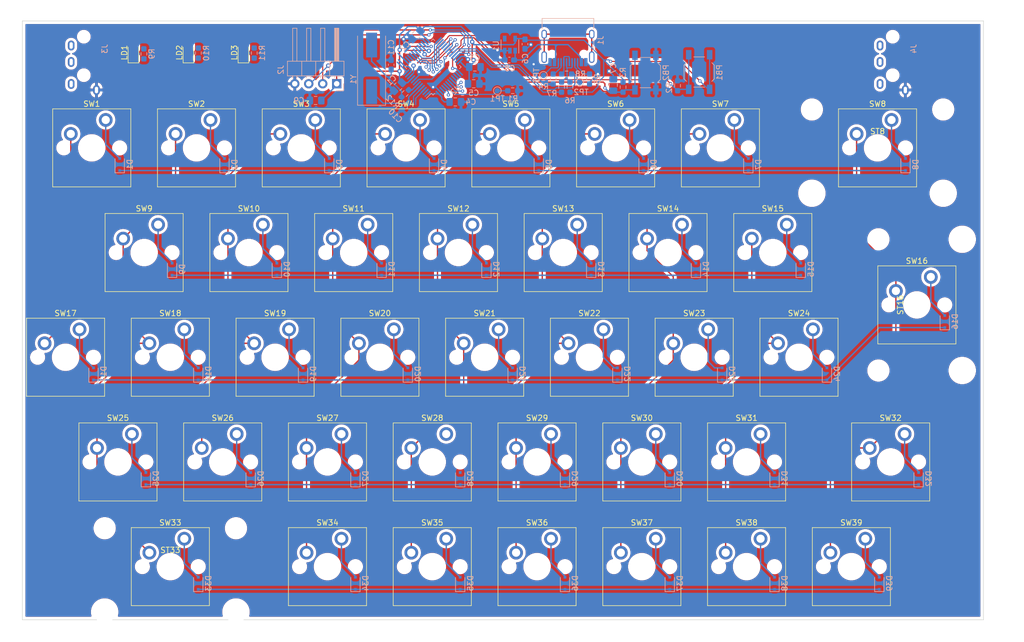
<source format=kicad_pcb>
(kicad_pcb (version 20171130) (host pcbnew 5.1.10)
  (layers (0 F.Cu signal) (31 B.Cu signal) (34 B.Paste user) (35 F.Paste user) (36 B.SilkS user) (37 F.SilkS user) (38 B.Mask user) (39 F.Mask user) (44 Edge.Cuts user))
  (net 0 "")
  (net 1 COL0)
  (net 2 COL1)
  (net 3 COL2)
  (net 4 COL3)
  (net 5 COL4)
  (net 6 COL5)
  (net 7 COL6)
  (net 8 COL7)
  (net 9 COL8)
  (net 10 N$1)
  (net 11 N$10)
  (net 12 N$11)
  (net 13 N$12)
  (net 14 N$13)
  (net 15 N$14)
  (net 16 N$15)
  (net 17 N$16)
  (net 18 N$17)
  (net 19 N$18)
  (net 20 N$19)
  (net 21 N$2)
  (net 22 N$20)
  (net 23 N$21)
  (net 24 N$22)
  (net 25 N$23)
  (net 26 N$24)
  (net 27 N$25)
  (net 28 N$26)
  (net 29 N$27)
  (net 30 N$28)
  (net 31 N$29)
  (net 32 N$3)
  (net 33 N$30)
  (net 34 N$31)
  (net 35 N$32)
  (net 36 N$33)
  (net 37 N$34)
  (net 38 N$35)
  (net 39 N$36)
  (net 40 N$37)
  (net 41 N$38)
  (net 42 N$39)
  (net 43 N$4)
  (net 44 N$5)
  (net 45 N$6)
  (net 46 N$7)
  (net 47 N$8)
  (net 48 N$9)
  (net 49 ROW0)
  (net 50 ROW1)
  (net 51 ROW2)
  (net 52 ROW3)
  (net 53 ROW4)
  (net 54 +3V3)
  (net 55 GND)
  (net 56 /NRST)
  (net 57 +5V)
  (net 58 /OSCIN)
  (net 59 "Net-(C11-Pad2)")
  (net 60 "Net-(J1-PadS1)")
  (net 61 /USBDP)
  (net 62 "Net-(J1-PadB5)")
  (net 63 "Net-(J1-PadA8)")
  (net 64 /USBDM)
  (net 65 "Net-(J1-PadA5)")
  (net 66 "Net-(J1-PadB8)")
  (net 67 /SWDIO)
  (net 68 /SWDCLK)
  (net 69 /BOOT0)
  (net 70 /BOOT1)
  (net 71 /UDP)
  (net 72 /UDM)
  (net 73 /LED_STATUS)
  (net 74 /LED1)
  (net 75 /LED2)
  (net 76 /OSCOUT)
  (net 77 "Net-(U1-Pad4)")
  (net 78 "Net-(U2-Pad2)")
  (net 79 "Net-(U2-Pad14)")
  (net 80 "Net-(U2-Pad15)")
  (net 81 "Net-(U2-Pad19)")
  (net 82 /RIGHT_TX)
  (net 83 /RIGHT_RX)
  (net 84 "Net-(U2-Pad28)")
  (net 85 "Net-(U2-Pad38)")
  (net 86 "Net-(U2-Pad39)")
  (net 87 "Net-(U2-Pad40)")
  (net 88 /LEFT_TX)
  (net 89 /LEFT_RX)
  (net 90 "Net-(U2-Pad46)")
  (net 91 "Net-(LD1-Pad1)")
  (net 92 "Net-(LD2-Pad1)")
  (net 93 "Net-(LD3-Pad1)")
  (module SW_Cherry_MX_PCB_1.00u (layer F.Cu) (at 52.6225 94.469)
    (fp_text reference SW9 (at 0 -8) (layer F.SilkS))
    (fp_text value SW_Push)
    (pad "" np_thru_hole circle (at 5.08 0) (size 1.75 1.75) (drill 1.75) (layers *.Cu *.Mask))
    (pad "" np_thru_hole circle (at -5.08 0) (size 1.75 1.75) (drill 1.75) (layers *.Cu *.Mask))
    (pad "" np_thru_hole circle (at 0 0) (size 4 4) (drill 4) (layers *.Cu *.Mask))
    (pad 2 thru_hole circle (at 2.54 -5.08) (size 2.5 2.5) (drill 1.5) (layers *.Cu B.Mask) (net 48 N$9))
    (pad 1 thru_hole circle (at -3.81 -2.54) (size 2.5 2.5) (drill 1.5) (layers *.Cu B.Mask) (net 2 COL1))
  )
  (module SW_Cherry_MX_PCB_2.00u (layer F.Cu) (at 185.9725 75.419)
    (fp_text reference SW8 (at 0 -8) (layer F.SilkS))
    (fp_text value SW_Push)
    (pad "" np_thru_hole circle (at 5.08 0) (size 1.75 1.75) (drill 1.75) (layers *.Cu *.Mask))
    (pad "" np_thru_hole circle (at -5.08 0) (size 1.75 1.75) (drill 1.75) (layers *.Cu *.Mask))
    (pad "" np_thru_hole circle (at 0 0) (size 4 4) (drill 4) (layers *.Cu *.Mask))
    (pad 2 thru_hole circle (at 2.54 -5.08) (size 2.5 2.5) (drill 1.5) (layers *.Cu B.Mask) (net 47 N$8))
    (pad 1 thru_hole circle (at -3.81 -2.54) (size 2.5 2.5) (drill 1.5) (layers *.Cu B.Mask) (net 9 COL8))
  )
  (module SW_Cherry_MX_PCB_1.00u (layer F.Cu) (at 157.3975 75.419)
    (fp_text reference SW7 (at 0 -8) (layer F.SilkS))
    (fp_text value SW_Push)
    (pad "" np_thru_hole circle (at 5.08 0) (size 1.75 1.75) (drill 1.75) (layers *.Cu *.Mask))
    (pad "" np_thru_hole circle (at -5.08 0) (size 1.75 1.75) (drill 1.75) (layers *.Cu *.Mask))
    (pad "" np_thru_hole circle (at 0 0) (size 4 4) (drill 4) (layers *.Cu *.Mask))
    (pad 2 thru_hole circle (at 2.54 -5.08) (size 2.5 2.5) (drill 1.5) (layers *.Cu B.Mask) (net 46 N$7))
    (pad 1 thru_hole circle (at -3.81 -2.54) (size 2.5 2.5) (drill 1.5) (layers *.Cu B.Mask) (net 7 COL6))
  )
  (module SW_Cherry_MX_PCB_1.00u (layer F.Cu) (at 138.3475 75.419)
    (fp_text reference SW6 (at 0 -8) (layer F.SilkS))
    (fp_text value SW_Push)
    (pad "" np_thru_hole circle (at 5.08 0) (size 1.75 1.75) (drill 1.75) (layers *.Cu *.Mask))
    (pad "" np_thru_hole circle (at -5.08 0) (size 1.75 1.75) (drill 1.75) (layers *.Cu *.Mask))
    (pad "" np_thru_hole circle (at 0 0) (size 4 4) (drill 4) (layers *.Cu *.Mask))
    (pad 2 thru_hole circle (at 2.54 -5.08) (size 2.5 2.5) (drill 1.5) (layers *.Cu B.Mask) (net 45 N$6))
    (pad 1 thru_hole circle (at -3.81 -2.54) (size 2.5 2.5) (drill 1.5) (layers *.Cu B.Mask) (net 6 COL5))
  )
  (module SW_Cherry_MX_PCB_1.00u (layer F.Cu) (at 119.2975 75.419)
    (fp_text reference SW5 (at 0 -8) (layer F.SilkS))
    (fp_text value SW_Push)
    (pad "" np_thru_hole circle (at 5.08 0) (size 1.75 1.75) (drill 1.75) (layers *.Cu *.Mask))
    (pad "" np_thru_hole circle (at -5.08 0) (size 1.75 1.75) (drill 1.75) (layers *.Cu *.Mask))
    (pad "" np_thru_hole circle (at 0 0) (size 4 4) (drill 4) (layers *.Cu *.Mask))
    (pad 2 thru_hole circle (at 2.54 -5.08) (size 2.5 2.5) (drill 1.5) (layers *.Cu B.Mask) (net 44 N$5))
    (pad 1 thru_hole circle (at -3.81 -2.54) (size 2.5 2.5) (drill 1.5) (layers *.Cu B.Mask) (net 5 COL4))
  )
  (module SW_Cherry_MX_PCB_1.00u (layer F.Cu) (at 100.2475 75.419)
    (fp_text reference SW4 (at 0 -8) (layer F.SilkS))
    (fp_text value SW_Push)
    (pad "" np_thru_hole circle (at 5.08 0) (size 1.75 1.75) (drill 1.75) (layers *.Cu *.Mask))
    (pad "" np_thru_hole circle (at -5.08 0) (size 1.75 1.75) (drill 1.75) (layers *.Cu *.Mask))
    (pad "" np_thru_hole circle (at 0 0) (size 4 4) (drill 4) (layers *.Cu *.Mask))
    (pad 2 thru_hole circle (at 2.54 -5.08) (size 2.5 2.5) (drill 1.5) (layers *.Cu B.Mask) (net 43 N$4))
    (pad 1 thru_hole circle (at -3.81 -2.54) (size 2.5 2.5) (drill 1.5) (layers *.Cu B.Mask) (net 4 COL3))
  )
  (module SW_Cherry_MX_PCB_1.00u (layer F.Cu) (at 181.21 151.619)
    (fp_text reference SW39 (at 0 -8) (layer F.SilkS))
    (fp_text value SW_Push)
    (pad "" np_thru_hole circle (at 5.08 0) (size 1.75 1.75) (drill 1.75) (layers *.Cu *.Mask))
    (pad "" np_thru_hole circle (at -5.08 0) (size 1.75 1.75) (drill 1.75) (layers *.Cu *.Mask))
    (pad "" np_thru_hole circle (at 0 0) (size 4 4) (drill 4) (layers *.Cu *.Mask))
    (pad 2 thru_hole circle (at 2.54 -5.08) (size 2.5 2.5) (drill 1.5) (layers *.Cu B.Mask) (net 42 N$39))
    (pad 1 thru_hole circle (at -3.81 -2.54) (size 2.5 2.5) (drill 1.5) (layers *.Cu B.Mask) (net 9 COL8))
  )
  (module SW_Cherry_MX_PCB_1.00u (layer F.Cu) (at 162.16 151.619)
    (fp_text reference SW38 (at 0 -8) (layer F.SilkS))
    (fp_text value SW_Push)
    (pad "" np_thru_hole circle (at 5.08 0) (size 1.75 1.75) (drill 1.75) (layers *.Cu *.Mask))
    (pad "" np_thru_hole circle (at -5.08 0) (size 1.75 1.75) (drill 1.75) (layers *.Cu *.Mask))
    (pad "" np_thru_hole circle (at 0 0) (size 4 4) (drill 4) (layers *.Cu *.Mask))
    (pad 2 thru_hole circle (at 2.54 -5.08) (size 2.5 2.5) (drill 1.5) (layers *.Cu B.Mask) (net 41 N$38))
    (pad 1 thru_hole circle (at -3.81 -2.54) (size 2.5 2.5) (drill 1.5) (layers *.Cu B.Mask) (net 8 COL7))
  )
  (module SW_Cherry_MX_PCB_1.00u (layer F.Cu) (at 143.11 151.619)
    (fp_text reference SW37 (at 0 -8) (layer F.SilkS))
    (fp_text value SW_Push)
    (pad "" np_thru_hole circle (at 5.08 0) (size 1.75 1.75) (drill 1.75) (layers *.Cu *.Mask))
    (pad "" np_thru_hole circle (at -5.08 0) (size 1.75 1.75) (drill 1.75) (layers *.Cu *.Mask))
    (pad "" np_thru_hole circle (at 0 0) (size 4 4) (drill 4) (layers *.Cu *.Mask))
    (pad 2 thru_hole circle (at 2.54 -5.08) (size 2.5 2.5) (drill 1.5) (layers *.Cu B.Mask) (net 40 N$37))
    (pad 1 thru_hole circle (at -3.81 -2.54) (size 2.5 2.5) (drill 1.5) (layers *.Cu B.Mask) (net 7 COL6))
  )
  (module SW_Cherry_MX_PCB_1.00u (layer F.Cu) (at 124.06 151.619)
    (fp_text reference SW36 (at 0 -8) (layer F.SilkS))
    (fp_text value SW_Push)
    (pad "" np_thru_hole circle (at 5.08 0) (size 1.75 1.75) (drill 1.75) (layers *.Cu *.Mask))
    (pad "" np_thru_hole circle (at -5.08 0) (size 1.75 1.75) (drill 1.75) (layers *.Cu *.Mask))
    (pad "" np_thru_hole circle (at 0 0) (size 4 4) (drill 4) (layers *.Cu *.Mask))
    (pad 2 thru_hole circle (at 2.54 -5.08) (size 2.5 2.5) (drill 1.5) (layers *.Cu B.Mask) (net 39 N$36))
    (pad 1 thru_hole circle (at -3.81 -2.54) (size 2.5 2.5) (drill 1.5) (layers *.Cu B.Mask) (net 6 COL5))
  )
  (module SW_Cherry_MX_PCB_1.00u (layer F.Cu) (at 105.01 151.619)
    (fp_text reference SW35 (at 0 -8) (layer F.SilkS))
    (fp_text value SW_Push)
    (pad "" np_thru_hole circle (at 5.08 0) (size 1.75 1.75) (drill 1.75) (layers *.Cu *.Mask))
    (pad "" np_thru_hole circle (at -5.08 0) (size 1.75 1.75) (drill 1.75) (layers *.Cu *.Mask))
    (pad "" np_thru_hole circle (at 0 0) (size 4 4) (drill 4) (layers *.Cu *.Mask))
    (pad 2 thru_hole circle (at 2.54 -5.08) (size 2.5 2.5) (drill 1.5) (layers *.Cu B.Mask) (net 38 N$35))
    (pad 1 thru_hole circle (at -3.81 -2.54) (size 2.5 2.5) (drill 1.5) (layers *.Cu B.Mask) (net 5 COL4))
  )
  (module SW_Cherry_MX_PCB_1.00u (layer F.Cu) (at 85.96 151.619)
    (fp_text reference SW34 (at 0 -8) (layer F.SilkS))
    (fp_text value SW_Push)
    (pad "" np_thru_hole circle (at 5.08 0) (size 1.75 1.75) (drill 1.75) (layers *.Cu *.Mask))
    (pad "" np_thru_hole circle (at -5.08 0) (size 1.75 1.75) (drill 1.75) (layers *.Cu *.Mask))
    (pad "" np_thru_hole circle (at 0 0) (size 4 4) (drill 4) (layers *.Cu *.Mask))
    (pad 2 thru_hole circle (at 2.54 -5.08) (size 2.5 2.5) (drill 1.5) (layers *.Cu B.Mask) (net 37 N$34))
    (pad 1 thru_hole circle (at -3.81 -2.54) (size 2.5 2.5) (drill 1.5) (layers *.Cu B.Mask) (net 4 COL3))
  )
  (module SW_Cherry_MX_PCB_2.00u (layer F.Cu) (at 57.385 151.619)
    (fp_text reference SW33 (at 0 -8) (layer F.SilkS))
    (fp_text value SW_Push)
    (pad "" np_thru_hole circle (at 5.08 0) (size 1.75 1.75) (drill 1.75) (layers *.Cu *.Mask))
    (pad "" np_thru_hole circle (at -5.08 0) (size 1.75 1.75) (drill 1.75) (layers *.Cu *.Mask))
    (pad "" np_thru_hole circle (at 0 0) (size 4 4) (drill 4) (layers *.Cu *.Mask))
    (pad 2 thru_hole circle (at 2.54 -5.08) (size 2.5 2.5) (drill 1.5) (layers *.Cu B.Mask) (net 36 N$33))
    (pad 1 thru_hole circle (at -3.81 -2.54) (size 2.5 2.5) (drill 1.5) (layers *.Cu B.Mask) (net 2 COL1))
  )
  (module SW_Cherry_MX_PCB_1.75u (layer F.Cu) (at 188.35375 132.569)
    (fp_text reference SW32 (at 0 -8) (layer F.SilkS))
    (fp_text value SW_Push)
    (pad "" np_thru_hole circle (at 5.08 0) (size 1.75 1.75) (drill 1.75) (layers *.Cu *.Mask))
    (pad "" np_thru_hole circle (at -5.08 0) (size 1.75 1.75) (drill 1.75) (layers *.Cu *.Mask))
    (pad "" np_thru_hole circle (at 0 0) (size 4 4) (drill 4) (layers *.Cu *.Mask))
    (pad 2 thru_hole circle (at 2.54 -5.08) (size 2.5 2.5) (drill 1.5) (layers *.Cu B.Mask) (net 35 N$32))
    (pad 1 thru_hole circle (at -3.81 -2.54) (size 2.5 2.5) (drill 1.5) (layers *.Cu B.Mask) (net 9 COL8))
  )
  (module SW_Cherry_MX_PCB_1.00u (layer F.Cu) (at 162.16 132.569)
    (fp_text reference SW31 (at 0 -8) (layer F.SilkS))
    (fp_text value SW_Push)
    (pad "" np_thru_hole circle (at 5.08 0) (size 1.75 1.75) (drill 1.75) (layers *.Cu *.Mask))
    (pad "" np_thru_hole circle (at -5.08 0) (size 1.75 1.75) (drill 1.75) (layers *.Cu *.Mask))
    (pad "" np_thru_hole circle (at 0 0) (size 4 4) (drill 4) (layers *.Cu *.Mask))
    (pad 2 thru_hole circle (at 2.54 -5.08) (size 2.5 2.5) (drill 1.5) (layers *.Cu B.Mask) (net 34 N$31))
    (pad 1 thru_hole circle (at -3.81 -2.54) (size 2.5 2.5) (drill 1.5) (layers *.Cu B.Mask) (net 8 COL7))
  )
  (module SW_Cherry_MX_PCB_1.00u (layer F.Cu) (at 143.11 132.569)
    (fp_text reference SW30 (at 0 -8) (layer F.SilkS))
    (fp_text value SW_Push)
    (pad "" np_thru_hole circle (at 5.08 0) (size 1.75 1.75) (drill 1.75) (layers *.Cu *.Mask))
    (pad "" np_thru_hole circle (at -5.08 0) (size 1.75 1.75) (drill 1.75) (layers *.Cu *.Mask))
    (pad "" np_thru_hole circle (at 0 0) (size 4 4) (drill 4) (layers *.Cu *.Mask))
    (pad 2 thru_hole circle (at 2.54 -5.08) (size 2.5 2.5) (drill 1.5) (layers *.Cu B.Mask) (net 33 N$30))
    (pad 1 thru_hole circle (at -3.81 -2.54) (size 2.5 2.5) (drill 1.5) (layers *.Cu B.Mask) (net 7 COL6))
  )
  (module SW_Cherry_MX_PCB_1.00u (layer F.Cu) (at 81.1975 75.419)
    (fp_text reference SW3 (at 0 -8) (layer F.SilkS))
    (fp_text value SW_Push)
    (pad "" np_thru_hole circle (at 5.08 0) (size 1.75 1.75) (drill 1.75) (layers *.Cu *.Mask))
    (pad "" np_thru_hole circle (at -5.08 0) (size 1.75 1.75) (drill 1.75) (layers *.Cu *.Mask))
    (pad "" np_thru_hole circle (at 0 0) (size 4 4) (drill 4) (layers *.Cu *.Mask))
    (pad 2 thru_hole circle (at 2.54 -5.08) (size 2.5 2.5) (drill 1.5) (layers *.Cu B.Mask) (net 32 N$3))
    (pad 1 thru_hole circle (at -3.81 -2.54) (size 2.5 2.5) (drill 1.5) (layers *.Cu B.Mask) (net 3 COL2))
  )
  (module SW_Cherry_MX_PCB_1.00u (layer F.Cu) (at 124.06 132.569)
    (fp_text reference SW29 (at 0 -8) (layer F.SilkS))
    (fp_text value SW_Push)
    (pad "" np_thru_hole circle (at 5.08 0) (size 1.75 1.75) (drill 1.75) (layers *.Cu *.Mask))
    (pad "" np_thru_hole circle (at -5.08 0) (size 1.75 1.75) (drill 1.75) (layers *.Cu *.Mask))
    (pad "" np_thru_hole circle (at 0 0) (size 4 4) (drill 4) (layers *.Cu *.Mask))
    (pad 2 thru_hole circle (at 2.54 -5.08) (size 2.5 2.5) (drill 1.5) (layers *.Cu B.Mask) (net 31 N$29))
    (pad 1 thru_hole circle (at -3.81 -2.54) (size 2.5 2.5) (drill 1.5) (layers *.Cu B.Mask) (net 6 COL5))
  )
  (module SW_Cherry_MX_PCB_1.00u (layer F.Cu) (at 105.01 132.569)
    (fp_text reference SW28 (at 0 -8) (layer F.SilkS))
    (fp_text value SW_Push)
    (pad "" np_thru_hole circle (at 5.08 0) (size 1.75 1.75) (drill 1.75) (layers *.Cu *.Mask))
    (pad "" np_thru_hole circle (at -5.08 0) (size 1.75 1.75) (drill 1.75) (layers *.Cu *.Mask))
    (pad "" np_thru_hole circle (at 0 0) (size 4 4) (drill 4) (layers *.Cu *.Mask))
    (pad 2 thru_hole circle (at 2.54 -5.08) (size 2.5 2.5) (drill 1.5) (layers *.Cu B.Mask) (net 30 N$28))
    (pad 1 thru_hole circle (at -3.81 -2.54) (size 2.5 2.5) (drill 1.5) (layers *.Cu B.Mask) (net 5 COL4))
  )
  (module SW_Cherry_MX_PCB_1.00u (layer F.Cu) (at 85.96 132.569)
    (fp_text reference SW27 (at 0 -8) (layer F.SilkS))
    (fp_text value SW_Push)
    (pad "" np_thru_hole circle (at 5.08 0) (size 1.75 1.75) (drill 1.75) (layers *.Cu *.Mask))
    (pad "" np_thru_hole circle (at -5.08 0) (size 1.75 1.75) (drill 1.75) (layers *.Cu *.Mask))
    (pad "" np_thru_hole circle (at 0 0) (size 4 4) (drill 4) (layers *.Cu *.Mask))
    (pad 2 thru_hole circle (at 2.54 -5.08) (size 2.5 2.5) (drill 1.5) (layers *.Cu B.Mask) (net 29 N$27))
    (pad 1 thru_hole circle (at -3.81 -2.54) (size 2.5 2.5) (drill 1.5) (layers *.Cu B.Mask) (net 4 COL3))
  )
  (module SW_Cherry_MX_PCB_1.00u (layer F.Cu) (at 66.91 132.569)
    (fp_text reference SW26 (at 0 -8) (layer F.SilkS))
    (fp_text value SW_Push)
    (pad "" np_thru_hole circle (at 5.08 0) (size 1.75 1.75) (drill 1.75) (layers *.Cu *.Mask))
    (pad "" np_thru_hole circle (at -5.08 0) (size 1.75 1.75) (drill 1.75) (layers *.Cu *.Mask))
    (pad "" np_thru_hole circle (at 0 0) (size 4 4) (drill 4) (layers *.Cu *.Mask))
    (pad 2 thru_hole circle (at 2.54 -5.08) (size 2.5 2.5) (drill 1.5) (layers *.Cu B.Mask) (net 28 N$26))
    (pad 1 thru_hole circle (at -3.81 -2.54) (size 2.5 2.5) (drill 1.5) (layers *.Cu B.Mask) (net 3 COL2))
  )
  (module SW_Cherry_MX_PCB_1.00u (layer F.Cu) (at 47.86 132.569)
    (fp_text reference SW25 (at 0 -8) (layer F.SilkS))
    (fp_text value SW_Push)
    (pad "" np_thru_hole circle (at 5.08 0) (size 1.75 1.75) (drill 1.75) (layers *.Cu *.Mask))
    (pad "" np_thru_hole circle (at -5.08 0) (size 1.75 1.75) (drill 1.75) (layers *.Cu *.Mask))
    (pad "" np_thru_hole circle (at 0 0) (size 4 4) (drill 4) (layers *.Cu *.Mask))
    (pad 2 thru_hole circle (at 2.54 -5.08) (size 2.5 2.5) (drill 1.5) (layers *.Cu B.Mask) (net 27 N$25))
    (pad 1 thru_hole circle (at -3.81 -2.54) (size 2.5 2.5) (drill 1.5) (layers *.Cu B.Mask) (net 2 COL1))
  )
  (module SW_Cherry_MX_PCB_1.00u (layer F.Cu) (at 171.685 113.519)
    (fp_text reference SW24 (at 0 -8) (layer F.SilkS))
    (fp_text value SW_Push)
    (pad "" np_thru_hole circle (at 5.08 0) (size 1.75 1.75) (drill 1.75) (layers *.Cu *.Mask))
    (pad "" np_thru_hole circle (at -5.08 0) (size 1.75 1.75) (drill 1.75) (layers *.Cu *.Mask))
    (pad "" np_thru_hole circle (at 0 0) (size 4 4) (drill 4) (layers *.Cu *.Mask))
    (pad 2 thru_hole circle (at 2.54 -5.08) (size 2.5 2.5) (drill 1.5) (layers *.Cu B.Mask) (net 26 N$24))
    (pad 1 thru_hole circle (at -3.81 -2.54) (size 2.5 2.5) (drill 1.5) (layers *.Cu B.Mask) (net 8 COL7))
  )
  (module SW_Cherry_MX_PCB_1.00u (layer F.Cu) (at 152.635 113.519)
    (fp_text reference SW23 (at 0 -8) (layer F.SilkS))
    (fp_text value SW_Push)
    (pad "" np_thru_hole circle (at 5.08 0) (size 1.75 1.75) (drill 1.75) (layers *.Cu *.Mask))
    (pad "" np_thru_hole circle (at -5.08 0) (size 1.75 1.75) (drill 1.75) (layers *.Cu *.Mask))
    (pad "" np_thru_hole circle (at 0 0) (size 4 4) (drill 4) (layers *.Cu *.Mask))
    (pad 2 thru_hole circle (at 2.54 -5.08) (size 2.5 2.5) (drill 1.5) (layers *.Cu B.Mask) (net 25 N$23))
    (pad 1 thru_hole circle (at -3.81 -2.54) (size 2.5 2.5) (drill 1.5) (layers *.Cu B.Mask) (net 7 COL6))
  )
  (module SW_Cherry_MX_PCB_1.00u (layer F.Cu) (at 133.585 113.519)
    (fp_text reference SW22 (at 0 -8) (layer F.SilkS))
    (fp_text value SW_Push)
    (pad "" np_thru_hole circle (at 5.08 0) (size 1.75 1.75) (drill 1.75) (layers *.Cu *.Mask))
    (pad "" np_thru_hole circle (at -5.08 0) (size 1.75 1.75) (drill 1.75) (layers *.Cu *.Mask))
    (pad "" np_thru_hole circle (at 0 0) (size 4 4) (drill 4) (layers *.Cu *.Mask))
    (pad 2 thru_hole circle (at 2.54 -5.08) (size 2.5 2.5) (drill 1.5) (layers *.Cu B.Mask) (net 24 N$22))
    (pad 1 thru_hole circle (at -3.81 -2.54) (size 2.5 2.5) (drill 1.5) (layers *.Cu B.Mask) (net 6 COL5))
  )
  (module SW_Cherry_MX_PCB_1.00u (layer F.Cu) (at 114.535 113.519)
    (fp_text reference SW21 (at 0 -8) (layer F.SilkS))
    (fp_text value SW_Push)
    (pad "" np_thru_hole circle (at 5.08 0) (size 1.75 1.75) (drill 1.75) (layers *.Cu *.Mask))
    (pad "" np_thru_hole circle (at -5.08 0) (size 1.75 1.75) (drill 1.75) (layers *.Cu *.Mask))
    (pad "" np_thru_hole circle (at 0 0) (size 4 4) (drill 4) (layers *.Cu *.Mask))
    (pad 2 thru_hole circle (at 2.54 -5.08) (size 2.5 2.5) (drill 1.5) (layers *.Cu B.Mask) (net 23 N$21))
    (pad 1 thru_hole circle (at -3.81 -2.54) (size 2.5 2.5) (drill 1.5) (layers *.Cu B.Mask) (net 5 COL4))
  )
  (module SW_Cherry_MX_PCB_1.00u (layer F.Cu) (at 95.485 113.519)
    (fp_text reference SW20 (at 0 -8) (layer F.SilkS))
    (fp_text value SW_Push)
    (pad "" np_thru_hole circle (at 5.08 0) (size 1.75 1.75) (drill 1.75) (layers *.Cu *.Mask))
    (pad "" np_thru_hole circle (at -5.08 0) (size 1.75 1.75) (drill 1.75) (layers *.Cu *.Mask))
    (pad "" np_thru_hole circle (at 0 0) (size 4 4) (drill 4) (layers *.Cu *.Mask))
    (pad 2 thru_hole circle (at 2.54 -5.08) (size 2.5 2.5) (drill 1.5) (layers *.Cu B.Mask) (net 22 N$20))
    (pad 1 thru_hole circle (at -3.81 -2.54) (size 2.5 2.5) (drill 1.5) (layers *.Cu B.Mask) (net 4 COL3))
  )
  (module SW_Cherry_MX_PCB_1.00u (layer F.Cu) (at 62.1475 75.419)
    (fp_text reference SW2 (at 0 -8) (layer F.SilkS))
    (fp_text value SW_Push)
    (pad "" np_thru_hole circle (at 5.08 0) (size 1.75 1.75) (drill 1.75) (layers *.Cu *.Mask))
    (pad "" np_thru_hole circle (at -5.08 0) (size 1.75 1.75) (drill 1.75) (layers *.Cu *.Mask))
    (pad "" np_thru_hole circle (at 0 0) (size 4 4) (drill 4) (layers *.Cu *.Mask))
    (pad 2 thru_hole circle (at 2.54 -5.08) (size 2.5 2.5) (drill 1.5) (layers *.Cu B.Mask) (net 21 N$2))
    (pad 1 thru_hole circle (at -3.81 -2.54) (size 2.5 2.5) (drill 1.5) (layers *.Cu B.Mask) (net 2 COL1))
  )
  (module SW_Cherry_MX_PCB_1.00u (layer F.Cu) (at 76.435 113.519)
    (fp_text reference SW19 (at 0 -8) (layer F.SilkS))
    (fp_text value SW_Push)
    (pad "" np_thru_hole circle (at 5.08 0) (size 1.75 1.75) (drill 1.75) (layers *.Cu *.Mask))
    (pad "" np_thru_hole circle (at -5.08 0) (size 1.75 1.75) (drill 1.75) (layers *.Cu *.Mask))
    (pad "" np_thru_hole circle (at 0 0) (size 4 4) (drill 4) (layers *.Cu *.Mask))
    (pad 2 thru_hole circle (at 2.54 -5.08) (size 2.5 2.5) (drill 1.5) (layers *.Cu B.Mask) (net 20 N$19))
    (pad 1 thru_hole circle (at -3.81 -2.54) (size 2.5 2.5) (drill 1.5) (layers *.Cu B.Mask) (net 3 COL2))
  )
  (module SW_Cherry_MX_PCB_1.00u (layer F.Cu) (at 57.385 113.519)
    (fp_text reference SW18 (at 0 -8) (layer F.SilkS))
    (fp_text value SW_Push)
    (pad "" np_thru_hole circle (at 5.08 0) (size 1.75 1.75) (drill 1.75) (layers *.Cu *.Mask))
    (pad "" np_thru_hole circle (at -5.08 0) (size 1.75 1.75) (drill 1.75) (layers *.Cu *.Mask))
    (pad "" np_thru_hole circle (at 0 0) (size 4 4) (drill 4) (layers *.Cu *.Mask))
    (pad 2 thru_hole circle (at 2.54 -5.08) (size 2.5 2.5) (drill 1.5) (layers *.Cu B.Mask) (net 19 N$18))
    (pad 1 thru_hole circle (at -3.81 -2.54) (size 2.5 2.5) (drill 1.5) (layers *.Cu B.Mask) (net 2 COL1))
  )
  (module SW_Cherry_MX_PCB_1.00u (layer F.Cu) (at 38.335 113.519)
    (fp_text reference SW17 (at 0 -8) (layer F.SilkS))
    (fp_text value SW_Push)
    (pad "" np_thru_hole circle (at 5.08 0) (size 1.75 1.75) (drill 1.75) (layers *.Cu *.Mask))
    (pad "" np_thru_hole circle (at -5.08 0) (size 1.75 1.75) (drill 1.75) (layers *.Cu *.Mask))
    (pad "" np_thru_hole circle (at 0 0) (size 4 4) (drill 4) (layers *.Cu *.Mask))
    (pad 2 thru_hole circle (at 2.54 -5.08) (size 2.5 2.5) (drill 1.5) (layers *.Cu B.Mask) (net 18 N$17))
    (pad 1 thru_hole circle (at -3.81 -2.54) (size 2.5 2.5) (drill 1.5) (layers *.Cu B.Mask) (net 1 COL0))
  )
  (module SW_Cherry_MX_PCB_ISOEnter (layer F.Cu) (at 193.11625 103.994)
    (fp_text reference SW16 (at 0 -8) (layer F.SilkS))
    (fp_text value SW_Push)
    (pad "" np_thru_hole circle (at 5.08 0) (size 1.75 1.75) (drill 1.75) (layers *.Cu *.Mask))
    (pad "" np_thru_hole circle (at -5.08 0) (size 1.75 1.75) (drill 1.75) (layers *.Cu *.Mask))
    (pad "" np_thru_hole circle (at 0 0) (size 4 4) (drill 4) (layers *.Cu *.Mask))
    (pad 2 thru_hole circle (at 2.54 -5.08) (size 2.5 2.5) (drill 1.5) (layers *.Cu B.Mask) (net 17 N$16))
    (pad 1 thru_hole circle (at -3.81 -2.54) (size 2.5 2.5) (drill 1.5) (layers *.Cu B.Mask) (net 9 COL8))
  )
  (module SW_Cherry_MX_PCB_1.00u (layer F.Cu) (at 166.9225 94.469)
    (fp_text reference SW15 (at 0 -8) (layer F.SilkS))
    (fp_text value SW_Push)
    (pad "" np_thru_hole circle (at 5.08 0) (size 1.75 1.75) (drill 1.75) (layers *.Cu *.Mask))
    (pad "" np_thru_hole circle (at -5.08 0) (size 1.75 1.75) (drill 1.75) (layers *.Cu *.Mask))
    (pad "" np_thru_hole circle (at 0 0) (size 4 4) (drill 4) (layers *.Cu *.Mask))
    (pad 2 thru_hole circle (at 2.54 -5.08) (size 2.5 2.5) (drill 1.5) (layers *.Cu B.Mask) (net 16 N$15))
    (pad 1 thru_hole circle (at -3.81 -2.54) (size 2.5 2.5) (drill 1.5) (layers *.Cu B.Mask) (net 8 COL7))
  )
  (module SW_Cherry_MX_PCB_1.00u (layer F.Cu) (at 147.8725 94.469)
    (fp_text reference SW14 (at 0 -8) (layer F.SilkS))
    (fp_text value SW_Push)
    (pad "" np_thru_hole circle (at 5.08 0) (size 1.75 1.75) (drill 1.75) (layers *.Cu *.Mask))
    (pad "" np_thru_hole circle (at -5.08 0) (size 1.75 1.75) (drill 1.75) (layers *.Cu *.Mask))
    (pad "" np_thru_hole circle (at 0 0) (size 4 4) (drill 4) (layers *.Cu *.Mask))
    (pad 2 thru_hole circle (at 2.54 -5.08) (size 2.5 2.5) (drill 1.5) (layers *.Cu B.Mask) (net 15 N$14))
    (pad 1 thru_hole circle (at -3.81 -2.54) (size 2.5 2.5) (drill 1.5) (layers *.Cu B.Mask) (net 7 COL6))
  )
  (module SW_Cherry_MX_PCB_1.00u (layer F.Cu) (at 128.8225 94.469)
    (fp_text reference SW13 (at 0 -8) (layer F.SilkS))
    (fp_text value SW_Push)
    (pad "" np_thru_hole circle (at 5.08 0) (size 1.75 1.75) (drill 1.75) (layers *.Cu *.Mask))
    (pad "" np_thru_hole circle (at -5.08 0) (size 1.75 1.75) (drill 1.75) (layers *.Cu *.Mask))
    (pad "" np_thru_hole circle (at 0 0) (size 4 4) (drill 4) (layers *.Cu *.Mask))
    (pad 2 thru_hole circle (at 2.54 -5.08) (size 2.5 2.5) (drill 1.5) (layers *.Cu B.Mask) (net 14 N$13))
    (pad 1 thru_hole circle (at -3.81 -2.54) (size 2.5 2.5) (drill 1.5) (layers *.Cu B.Mask) (net 6 COL5))
  )
  (module SW_Cherry_MX_PCB_1.00u (layer F.Cu) (at 109.7725 94.469)
    (fp_text reference SW12 (at 0 -8) (layer F.SilkS))
    (fp_text value SW_Push)
    (pad "" np_thru_hole circle (at 5.08 0) (size 1.75 1.75) (drill 1.75) (layers *.Cu *.Mask))
    (pad "" np_thru_hole circle (at -5.08 0) (size 1.75 1.75) (drill 1.75) (layers *.Cu *.Mask))
    (pad "" np_thru_hole circle (at 0 0) (size 4 4) (drill 4) (layers *.Cu *.Mask))
    (pad 2 thru_hole circle (at 2.54 -5.08) (size 2.5 2.5) (drill 1.5) (layers *.Cu B.Mask) (net 13 N$12))
    (pad 1 thru_hole circle (at -3.81 -2.54) (size 2.5 2.5) (drill 1.5) (layers *.Cu B.Mask) (net 5 COL4))
  )
  (module SW_Cherry_MX_PCB_1.00u (layer F.Cu) (at 90.7225 94.469)
    (fp_text reference SW11 (at 0 -8) (layer F.SilkS))
    (fp_text value SW_Push)
    (pad "" np_thru_hole circle (at 5.08 0) (size 1.75 1.75) (drill 1.75) (layers *.Cu *.Mask))
    (pad "" np_thru_hole circle (at -5.08 0) (size 1.75 1.75) (drill 1.75) (layers *.Cu *.Mask))
    (pad "" np_thru_hole circle (at 0 0) (size 4 4) (drill 4) (layers *.Cu *.Mask))
    (pad 2 thru_hole circle (at 2.54 -5.08) (size 2.5 2.5) (drill 1.5) (layers *.Cu B.Mask) (net 12 N$11))
    (pad 1 thru_hole circle (at -3.81 -2.54) (size 2.5 2.5) (drill 1.5) (layers *.Cu B.Mask) (net 4 COL3))
  )
  (module SW_Cherry_MX_PCB_1.00u (layer F.Cu) (at 71.6725 94.469)
    (fp_text reference SW10 (at 0 -8) (layer F.SilkS))
    (fp_text value SW_Push)
    (pad "" np_thru_hole circle (at 5.08 0) (size 1.75 1.75) (drill 1.75) (layers *.Cu *.Mask))
    (pad "" np_thru_hole circle (at -5.08 0) (size 1.75 1.75) (drill 1.75) (layers *.Cu *.Mask))
    (pad "" np_thru_hole circle (at 0 0) (size 4 4) (drill 4) (layers *.Cu *.Mask))
    (pad 2 thru_hole circle (at 2.54 -5.08) (size 2.5 2.5) (drill 1.5) (layers *.Cu B.Mask) (net 11 N$10))
    (pad 1 thru_hole circle (at -3.81 -2.54) (size 2.5 2.5) (drill 1.5) (layers *.Cu B.Mask) (net 3 COL2))
  )
  (module SW_Cherry_MX_PCB_1.00u (layer F.Cu) (at 43.0975 75.419)
    (fp_text reference SW1 (at 0 -8) (layer F.SilkS))
    (fp_text value SW_Push)
    (pad "" np_thru_hole circle (at 5.08 0) (size 1.75 1.75) (drill 1.75) (layers *.Cu *.Mask))
    (pad "" np_thru_hole circle (at -5.08 0) (size 1.75 1.75) (drill 1.75) (layers *.Cu *.Mask))
    (pad "" np_thru_hole circle (at 0 0) (size 4 4) (drill 4) (layers *.Cu *.Mask))
    (pad 2 thru_hole circle (at 2.54 -5.08) (size 2.5 2.5) (drill 1.5) (layers *.Cu B.Mask) (net 10 N$1))
    (pad 1 thru_hole circle (at -3.81 -2.54) (size 2.5 2.5) (drill 1.5) (layers *.Cu B.Mask) (net 1 COL0))
  )
  (module Stabilizer_Cherry_MX_2u (layer F.Cu) (at 185.9725 75.419)
    (fp_text reference ST8 (at 0 -3) (layer F.SilkS))
    (fp_text value MountingHole)
    (pad ~ np_thru_hole circle (at 11.938 -6.985) (size 3.048 3.048) (drill 3.048) (layers *.Cu *.Mask))
    (pad ~ np_thru_hole circle (at -11.938 -6.985) (size 3.048 3.048) (drill 3.048) (layers *.Cu *.Mask))
    (pad ~ np_thru_hole circle (at 11.938 8.255) (size 3.9878 3.9878) (drill 3.9878) (layers *.Cu *.Mask))
    (pad ~ np_thru_hole circle (at -11.938 8.255) (size 3.9878 3.9878) (drill 3.9878) (layers *.Cu *.Mask))
  )
  (module Stabilizer_Cherry_MX_2u (layer F.Cu) (at 57.385 151.619)
    (fp_text reference ST33 (at 0 -3) (layer F.SilkS))
    (fp_text value MountingHole)
    (pad ~ np_thru_hole circle (at 11.938 -6.985) (size 3.048 3.048) (drill 3.048) (layers *.Cu *.Mask))
    (pad ~ np_thru_hole circle (at -11.938 -6.985) (size 3.048 3.048) (drill 3.048) (layers *.Cu *.Mask))
    (pad ~ np_thru_hole circle (at 11.938 8.255) (size 3.9878 3.9878) (drill 3.9878) (layers *.Cu *.Mask))
    (pad ~ np_thru_hole circle (at -11.938 8.255) (size 3.9878 3.9878) (drill 3.9878) (layers *.Cu *.Mask))
  )
  (module Stabilizer_Cherry_MX_2u (layer F.Cu) (at 193.11625 103.994 90)
    (fp_text reference ST16 (at 0 -3 90) (layer F.SilkS))
    (fp_text value MountingHole)
    (pad ~ np_thru_hole circle (at 11.938 -6.985 90) (size 3.048 3.048) (drill 3.048) (layers *.Cu *.Mask))
    (pad ~ np_thru_hole circle (at -11.938 -6.985 90) (size 3.048 3.048) (drill 3.048) (layers *.Cu *.Mask))
    (pad ~ np_thru_hole circle (at 11.938 8.255 90) (size 3.9878 3.9878) (drill 3.9878) (layers *.Cu *.Mask))
    (pad ~ np_thru_hole circle (at -11.938 8.255 90) (size 3.9878 3.9878) (drill 3.9878) (layers *.Cu *.Mask))
  )
  (module D_SOD-323F (layer B.Cu) (at 57.7025 97.499 90)
    (fp_text reference D9 (at 0 1.85 90) (layer B.SilkS) (effects (justify mirror)))
    (fp_text value D)
    (pad 2 smd rect (at 1.1 0 90) (size 0.5 0.5) (layers B.Cu B.Paste B.Mask) (net 48 N$9))
    (pad 1 smd rect (at -1.1 0 90) (size 0.5 0.5) (layers B.Cu B.Paste B.Mask) (net 50 ROW1))
  )
  (module D_SOD-323F (layer B.Cu) (at 191.0525 78.449 90)
    (fp_text reference D8 (at 0 1.85 90) (layer B.SilkS) (effects (justify mirror)))
    (fp_text value D)
    (pad 2 smd rect (at 1.1 0 90) (size 0.5 0.5) (layers B.Cu B.Paste B.Mask) (net 47 N$8))
    (pad 1 smd rect (at -1.1 0 90) (size 0.5 0.5) (layers B.Cu B.Paste B.Mask) (net 49 ROW0))
  )
  (module D_SOD-323F (layer B.Cu) (at 162.4775 78.449 90)
    (fp_text reference D7 (at 0 1.85 90) (layer B.SilkS) (effects (justify mirror)))
    (fp_text value D)
    (pad 2 smd rect (at 1.1 0 90) (size 0.5 0.5) (layers B.Cu B.Paste B.Mask) (net 46 N$7))
    (pad 1 smd rect (at -1.1 0 90) (size 0.5 0.5) (layers B.Cu B.Paste B.Mask) (net 49 ROW0))
  )
  (module D_SOD-323F (layer B.Cu) (at 143.4275 78.449 90)
    (fp_text reference D6 (at 0 1.85 90) (layer B.SilkS) (effects (justify mirror)))
    (fp_text value D)
    (pad 2 smd rect (at 1.1 0 90) (size 0.5 0.5) (layers B.Cu B.Paste B.Mask) (net 45 N$6))
    (pad 1 smd rect (at -1.1 0 90) (size 0.5 0.5) (layers B.Cu B.Paste B.Mask) (net 49 ROW0))
  )
  (module D_SOD-323F (layer B.Cu) (at 124.3775 78.449 90)
    (fp_text reference D5 (at 0 1.85 90) (layer B.SilkS) (effects (justify mirror)))
    (fp_text value D)
    (pad 2 smd rect (at 1.1 0 90) (size 0.5 0.5) (layers B.Cu B.Paste B.Mask) (net 44 N$5))
    (pad 1 smd rect (at -1.1 0 90) (size 0.5 0.5) (layers B.Cu B.Paste B.Mask) (net 49 ROW0))
  )
  (module D_SOD-323F (layer B.Cu) (at 105.3275 78.449 90)
    (fp_text reference D4 (at 0 1.85 90) (layer B.SilkS) (effects (justify mirror)))
    (fp_text value D)
    (pad 2 smd rect (at 1.1 0 90) (size 0.5 0.5) (layers B.Cu B.Paste B.Mask) (net 43 N$4))
    (pad 1 smd rect (at -1.1 0 90) (size 0.5 0.5) (layers B.Cu B.Paste B.Mask) (net 49 ROW0))
  )
  (module D_SOD-323F (layer B.Cu) (at 186.29 154.649 90)
    (fp_text reference D39 (at 0 1.85 90) (layer B.SilkS) (effects (justify mirror)))
    (fp_text value D)
    (pad 2 smd rect (at 1.1 0 90) (size 0.5 0.5) (layers B.Cu B.Paste B.Mask) (net 42 N$39))
    (pad 1 smd rect (at -1.1 0 90) (size 0.5 0.5) (layers B.Cu B.Paste B.Mask) (net 53 ROW4))
  )
  (module D_SOD-323F (layer B.Cu) (at 167.24 154.649 90)
    (fp_text reference D38 (at 0 1.85 90) (layer B.SilkS) (effects (justify mirror)))
    (fp_text value D)
    (pad 2 smd rect (at 1.1 0 90) (size 0.5 0.5) (layers B.Cu B.Paste B.Mask) (net 41 N$38))
    (pad 1 smd rect (at -1.1 0 90) (size 0.5 0.5) (layers B.Cu B.Paste B.Mask) (net 53 ROW4))
  )
  (module D_SOD-323F (layer B.Cu) (at 148.19 154.649 90)
    (fp_text reference D37 (at 0 1.85 90) (layer B.SilkS) (effects (justify mirror)))
    (fp_text value D)
    (pad 2 smd rect (at 1.1 0 90) (size 0.5 0.5) (layers B.Cu B.Paste B.Mask) (net 40 N$37))
    (pad 1 smd rect (at -1.1 0 90) (size 0.5 0.5) (layers B.Cu B.Paste B.Mask) (net 53 ROW4))
  )
  (module D_SOD-323F (layer B.Cu) (at 129.14 154.649 90)
    (fp_text reference D36 (at 0 1.85 90) (layer B.SilkS) (effects (justify mirror)))
    (fp_text value D)
    (pad 2 smd rect (at 1.1 0 90) (size 0.5 0.5) (layers B.Cu B.Paste B.Mask) (net 39 N$36))
    (pad 1 smd rect (at -1.1 0 90) (size 0.5 0.5) (layers B.Cu B.Paste B.Mask) (net 53 ROW4))
  )
  (module D_SOD-323F (layer B.Cu) (at 110.09 154.649 90)
    (fp_text reference D35 (at 0 1.85 90) (layer B.SilkS) (effects (justify mirror)))
    (fp_text value D)
    (pad 2 smd rect (at 1.1 0 90) (size 0.5 0.5) (layers B.Cu B.Paste B.Mask) (net 38 N$35))
    (pad 1 smd rect (at -1.1 0 90) (size 0.5 0.5) (layers B.Cu B.Paste B.Mask) (net 53 ROW4))
  )
  (module D_SOD-323F (layer B.Cu) (at 91.04 154.649 90)
    (fp_text reference D34 (at 0 1.85 90) (layer B.SilkS) (effects (justify mirror)))
    (fp_text value D)
    (pad 2 smd rect (at 1.1 0 90) (size 0.5 0.5) (layers B.Cu B.Paste B.Mask) (net 37 N$34))
    (pad 1 smd rect (at -1.1 0 90) (size 0.5 0.5) (layers B.Cu B.Paste B.Mask) (net 53 ROW4))
  )
  (module D_SOD-323F (layer B.Cu) (at 62.465 154.649 90)
    (fp_text reference D33 (at 0 1.85 90) (layer B.SilkS) (effects (justify mirror)))
    (fp_text value D)
    (pad 2 smd rect (at 1.1 0 90) (size 0.5 0.5) (layers B.Cu B.Paste B.Mask) (net 36 N$33))
    (pad 1 smd rect (at -1.1 0 90) (size 0.5 0.5) (layers B.Cu B.Paste B.Mask) (net 53 ROW4))
  )
  (module D_SOD-323F (layer B.Cu) (at 193.43375 135.599 90)
    (fp_text reference D32 (at 0 1.85 90) (layer B.SilkS) (effects (justify mirror)))
    (fp_text value D)
    (pad 2 smd rect (at 1.1 0 90) (size 0.5 0.5) (layers B.Cu B.Paste B.Mask) (net 35 N$32))
    (pad 1 smd rect (at -1.1 0 90) (size 0.5 0.5) (layers B.Cu B.Paste B.Mask) (net 52 ROW3))
  )
  (module D_SOD-323F (layer B.Cu) (at 167.24 135.599 90)
    (fp_text reference D31 (at 0 1.85 90) (layer B.SilkS) (effects (justify mirror)))
    (fp_text value D)
    (pad 2 smd rect (at 1.1 0 90) (size 0.5 0.5) (layers B.Cu B.Paste B.Mask) (net 34 N$31))
    (pad 1 smd rect (at -1.1 0 90) (size 0.5 0.5) (layers B.Cu B.Paste B.Mask) (net 52 ROW3))
  )
  (module D_SOD-323F (layer B.Cu) (at 148.19 135.599 90)
    (fp_text reference D30 (at 0 1.85 90) (layer B.SilkS) (effects (justify mirror)))
    (fp_text value D)
    (pad 2 smd rect (at 1.1 0 90) (size 0.5 0.5) (layers B.Cu B.Paste B.Mask) (net 33 N$30))
    (pad 1 smd rect (at -1.1 0 90) (size 0.5 0.5) (layers B.Cu B.Paste B.Mask) (net 52 ROW3))
  )
  (module D_SOD-323F (layer B.Cu) (at 86.2775 78.449 90)
    (fp_text reference D3 (at 0 1.85 90) (layer B.SilkS) (effects (justify mirror)))
    (fp_text value D)
    (pad 2 smd rect (at 1.1 0 90) (size 0.5 0.5) (layers B.Cu B.Paste B.Mask) (net 32 N$3))
    (pad 1 smd rect (at -1.1 0 90) (size 0.5 0.5) (layers B.Cu B.Paste B.Mask) (net 49 ROW0))
  )
  (module D_SOD-323F (layer B.Cu) (at 129.14 135.599 90)
    (fp_text reference D29 (at 0 1.85 90) (layer B.SilkS) (effects (justify mirror)))
    (fp_text value D)
    (pad 2 smd rect (at 1.1 0 90) (size 0.5 0.5) (layers B.Cu B.Paste B.Mask) (net 31 N$29))
    (pad 1 smd rect (at -1.1 0 90) (size 0.5 0.5) (layers B.Cu B.Paste B.Mask) (net 52 ROW3))
  )
  (module D_SOD-323F (layer B.Cu) (at 110.09 135.599 90)
    (fp_text reference D28 (at 0 1.85 90) (layer B.SilkS) (effects (justify mirror)))
    (fp_text value D)
    (pad 2 smd rect (at 1.1 0 90) (size 0.5 0.5) (layers B.Cu B.Paste B.Mask) (net 30 N$28))
    (pad 1 smd rect (at -1.1 0 90) (size 0.5 0.5) (layers B.Cu B.Paste B.Mask) (net 52 ROW3))
  )
  (module D_SOD-323F (layer B.Cu) (at 91.04 135.599 90)
    (fp_text reference D27 (at 0 1.85 90) (layer B.SilkS) (effects (justify mirror)))
    (fp_text value D)
    (pad 2 smd rect (at 1.1 0 90) (size 0.5 0.5) (layers B.Cu B.Paste B.Mask) (net 29 N$27))
    (pad 1 smd rect (at -1.1 0 90) (size 0.5 0.5) (layers B.Cu B.Paste B.Mask) (net 52 ROW3))
  )
  (module D_SOD-323F (layer B.Cu) (at 71.99 135.599 90)
    (fp_text reference D26 (at 0 1.85 90) (layer B.SilkS) (effects (justify mirror)))
    (fp_text value D)
    (pad 2 smd rect (at 1.1 0 90) (size 0.5 0.5) (layers B.Cu B.Paste B.Mask) (net 28 N$26))
    (pad 1 smd rect (at -1.1 0 90) (size 0.5 0.5) (layers B.Cu B.Paste B.Mask) (net 52 ROW3))
  )
  (module D_SOD-323F (layer B.Cu) (at 52.94 135.599 90)
    (fp_text reference D25 (at 0 1.85 90) (layer B.SilkS) (effects (justify mirror)))
    (fp_text value D)
    (pad 2 smd rect (at 1.1 0 90) (size 0.5 0.5) (layers B.Cu B.Paste B.Mask) (net 27 N$25))
    (pad 1 smd rect (at -1.1 0 90) (size 0.5 0.5) (layers B.Cu B.Paste B.Mask) (net 52 ROW3))
  )
  (module D_SOD-323F (layer B.Cu) (at 176.765 116.549 90)
    (fp_text reference D24 (at 0 1.85 90) (layer B.SilkS) (effects (justify mirror)))
    (fp_text value D)
    (pad 2 smd rect (at 1.1 0 90) (size 0.5 0.5) (layers B.Cu B.Paste B.Mask) (net 26 N$24))
    (pad 1 smd rect (at -1.1 0 90) (size 0.5 0.5) (layers B.Cu B.Paste B.Mask) (net 51 ROW2))
  )
  (module D_SOD-323F (layer B.Cu) (at 157.715 116.549 90)
    (fp_text reference D23 (at 0 1.85 90) (layer B.SilkS) (effects (justify mirror)))
    (fp_text value D)
    (pad 2 smd rect (at 1.1 0 90) (size 0.5 0.5) (layers B.Cu B.Paste B.Mask) (net 25 N$23))
    (pad 1 smd rect (at -1.1 0 90) (size 0.5 0.5) (layers B.Cu B.Paste B.Mask) (net 51 ROW2))
  )
  (module D_SOD-323F (layer B.Cu) (at 138.665 116.549 90)
    (fp_text reference D22 (at 0 1.85 90) (layer B.SilkS) (effects (justify mirror)))
    (fp_text value D)
    (pad 2 smd rect (at 1.1 0 90) (size 0.5 0.5) (layers B.Cu B.Paste B.Mask) (net 24 N$22))
    (pad 1 smd rect (at -1.1 0 90) (size 0.5 0.5) (layers B.Cu B.Paste B.Mask) (net 51 ROW2))
  )
  (module D_SOD-323F (layer B.Cu) (at 119.615 116.549 90)
    (fp_text reference D21 (at 0 1.85 90) (layer B.SilkS) (effects (justify mirror)))
    (fp_text value D)
    (pad 2 smd rect (at 1.1 0 90) (size 0.5 0.5) (layers B.Cu B.Paste B.Mask) (net 23 N$21))
    (pad 1 smd rect (at -1.1 0 90) (size 0.5 0.5) (layers B.Cu B.Paste B.Mask) (net 51 ROW2))
  )
  (module D_SOD-323F (layer B.Cu) (at 100.565 116.549 90)
    (fp_text reference D20 (at 0 1.85 90) (layer B.SilkS) (effects (justify mirror)))
    (fp_text value D)
    (pad 2 smd rect (at 1.1 0 90) (size 0.5 0.5) (layers B.Cu B.Paste B.Mask) (net 22 N$20))
    (pad 1 smd rect (at -1.1 0 90) (size 0.5 0.5) (layers B.Cu B.Paste B.Mask) (net 51 ROW2))
  )
  (module D_SOD-323F (layer B.Cu) (at 67.2275 78.449 90)
    (fp_text reference D2 (at 0 1.85 90) (layer B.SilkS) (effects (justify mirror)))
    (fp_text value D)
    (pad 2 smd rect (at 1.1 0 90) (size 0.5 0.5) (layers B.Cu B.Paste B.Mask) (net 21 N$2))
    (pad 1 smd rect (at -1.1 0 90) (size 0.5 0.5) (layers B.Cu B.Paste B.Mask) (net 49 ROW0))
  )
  (module D_SOD-323F (layer B.Cu) (at 81.515 116.549 90)
    (fp_text reference D19 (at 0 1.85 90) (layer B.SilkS) (effects (justify mirror)))
    (fp_text value D)
    (pad 2 smd rect (at 1.1 0 90) (size 0.5 0.5) (layers B.Cu B.Paste B.Mask) (net 20 N$19))
    (pad 1 smd rect (at -1.1 0 90) (size 0.5 0.5) (layers B.Cu B.Paste B.Mask) (net 51 ROW2))
  )
  (module D_SOD-323F (layer B.Cu) (at 62.465 116.549 90)
    (fp_text reference D18 (at 0 1.85 90) (layer B.SilkS) (effects (justify mirror)))
    (fp_text value D)
    (pad 2 smd rect (at 1.1 0 90) (size 0.5 0.5) (layers B.Cu B.Paste B.Mask) (net 19 N$18))
    (pad 1 smd rect (at -1.1 0 90) (size 0.5 0.5) (layers B.Cu B.Paste B.Mask) (net 51 ROW2))
  )
  (module D_SOD-323F (layer B.Cu) (at 43.415 116.549 90)
    (fp_text reference D17 (at 0 1.85 90) (layer B.SilkS) (effects (justify mirror)))
    (fp_text value D)
    (pad 2 smd rect (at 1.1 0 90) (size 0.5 0.5) (layers B.Cu B.Paste B.Mask) (net 18 N$17))
    (pad 1 smd rect (at -1.1 0 90) (size 0.5 0.5) (layers B.Cu B.Paste B.Mask) (net 51 ROW2))
  )
  (module D_SOD-323F (layer B.Cu) (at 198.19625 107.024 90)
    (fp_text reference D16 (at 0 1.85 90) (layer B.SilkS) (effects (justify mirror)))
    (fp_text value D)
    (pad 2 smd rect (at 1.1 0 90) (size 0.5 0.5) (layers B.Cu B.Paste B.Mask) (net 17 N$16))
    (pad 1 smd rect (at -1.1 0 90) (size 0.5 0.5) (layers B.Cu B.Paste B.Mask) (net 51 ROW2))
  )
  (module D_SOD-323F (layer B.Cu) (at 172.0025 97.499 90)
    (fp_text reference D15 (at 0 1.85 90) (layer B.SilkS) (effects (justify mirror)))
    (fp_text value D)
    (pad 2 smd rect (at 1.1 0 90) (size 0.5 0.5) (layers B.Cu B.Paste B.Mask) (net 16 N$15))
    (pad 1 smd rect (at -1.1 0 90) (size 0.5 0.5) (layers B.Cu B.Paste B.Mask) (net 50 ROW1))
  )
  (module D_SOD-323F (layer B.Cu) (at 152.9525 97.499 90)
    (fp_text reference D14 (at 0 1.85 90) (layer B.SilkS) (effects (justify mirror)))
    (fp_text value D)
    (pad 2 smd rect (at 1.1 0 90) (size 0.5 0.5) (layers B.Cu B.Paste B.Mask) (net 15 N$14))
    (pad 1 smd rect (at -1.1 0 90) (size 0.5 0.5) (layers B.Cu B.Paste B.Mask) (net 50 ROW1))
  )
  (module D_SOD-323F (layer B.Cu) (at 133.9025 97.499 90)
    (fp_text reference D13 (at 0 1.85 90) (layer B.SilkS) (effects (justify mirror)))
    (fp_text value D)
    (pad 2 smd rect (at 1.1 0 90) (size 0.5 0.5) (layers B.Cu B.Paste B.Mask) (net 14 N$13))
    (pad 1 smd rect (at -1.1 0 90) (size 0.5 0.5) (layers B.Cu B.Paste B.Mask) (net 50 ROW1))
  )
  (module D_SOD-323F (layer B.Cu) (at 114.8525 97.499 90)
    (fp_text reference D12 (at 0 1.85 90) (layer B.SilkS) (effects (justify mirror)))
    (fp_text value D)
    (pad 2 smd rect (at 1.1 0 90) (size 0.5 0.5) (layers B.Cu B.Paste B.Mask) (net 13 N$12))
    (pad 1 smd rect (at -1.1 0 90) (size 0.5 0.5) (layers B.Cu B.Paste B.Mask) (net 50 ROW1))
  )
  (module D_SOD-323F (layer B.Cu) (at 95.8025 97.499 90)
    (fp_text reference D11 (at 0 1.85 90) (layer B.SilkS) (effects (justify mirror)))
    (fp_text value D)
    (pad 2 smd rect (at 1.1 0 90) (size 0.5 0.5) (layers B.Cu B.Paste B.Mask) (net 12 N$11))
    (pad 1 smd rect (at -1.1 0 90) (size 0.5 0.5) (layers B.Cu B.Paste B.Mask) (net 50 ROW1))
  )
  (module D_SOD-323F (layer B.Cu) (at 76.7525 97.499 90)
    (fp_text reference D10 (at 0 1.85 90) (layer B.SilkS) (effects (justify mirror)))
    (fp_text value D)
    (pad 2 smd rect (at 1.1 0 90) (size 0.5 0.5) (layers B.Cu B.Paste B.Mask) (net 11 N$10))
    (pad 1 smd rect (at -1.1 0 90) (size 0.5 0.5) (layers B.Cu B.Paste B.Mask) (net 50 ROW1))
  )
  (module D_SOD-323F (layer B.Cu) (at 48.1775 78.449 90)
    (fp_text reference D1 (at 0 1.85 90) (layer B.SilkS) (effects (justify mirror)))
    (fp_text value D)
    (pad 2 smd rect (at 1.1 0 90) (size 0.5 0.5) (layers B.Cu B.Paste B.Mask) (net 10 N$1))
    (pad 1 smd rect (at -1.1 0 90) (size 0.5 0.5) (layers B.Cu B.Paste B.Mask) (net 49 ROW0))
  )
  (module Capacitor_SMD:C_0805_2012Metric_Pad1.18x1.45mm_HandSolder (layer B.Cu) (at 98.777623 64.290377 225)
    (fp_text reference C1 (at 0 1.68 45) (layer B.SilkS) (effects (justify mirror)))
    (fp_text value 100nF)
    (pad 1 smd roundrect (at -1.0375 0 225) (size 1.175 1.45) (layers B.Cu B.Paste B.Mask) (roundrect_rratio 0.2127659574468085) (net 54 +3V3))
    (pad 2 smd roundrect (at 1.0375 0 225) (size 1.175 1.45) (layers B.Cu B.Paste B.Mask) (roundrect_rratio 0.2127659574468085) (net 55 GND))
  )
  (module Capacitor_SMD:C_0805_2012Metric_Pad1.18x1.45mm_HandSolder (layer B.Cu) (at 102.108 54.864 225)
    (fp_text reference C2 (at 2.873682 0 225) (layer B.SilkS) (effects (justify mirror)))
    (fp_text value 100nF)
    (pad 1 smd roundrect (at -1.0375 0 225) (size 1.175 1.45) (layers B.Cu B.Paste B.Mask) (roundrect_rratio 0.2127659574468085) (net 54 +3V3))
    (pad 2 smd roundrect (at 1.0375 0 225) (size 1.175 1.45) (layers B.Cu B.Paste B.Mask) (roundrect_rratio 0.2127659574468085) (net 55 GND))
  )
  (module Capacitor_SMD:C_0805_2012Metric_Pad1.18x1.45mm_HandSolder (layer B.Cu) (at 112.7545 60.706 180)
    (fp_text reference C3 (at 0 1.68) (layer B.SilkS) (effects (justify mirror)))
    (fp_text value 100nF)
    (pad 2 smd roundrect (at 1.0375 0 180) (size 1.175 1.45) (layers B.Cu B.Paste B.Mask) (roundrect_rratio 0.2127659574468085) (net 54 +3V3))
    (pad 1 smd roundrect (at -1.0375 0 180) (size 1.175 1.45) (layers B.Cu B.Paste B.Mask) (roundrect_rratio 0.2127659574468085) (net 55 GND))
  )
  (module Capacitor_SMD:C_0805_2012Metric_Pad1.18x1.45mm_HandSolder (layer B.Cu) (at 109.1985 67.056)
    (fp_text reference C4 (at 2.8155 0) (layer B.SilkS) (effects (justify mirror)))
    (fp_text value 100nF)
    (pad 1 smd roundrect (at -1.0375 0) (size 1.175 1.45) (layers B.Cu B.Paste B.Mask) (roundrect_rratio 0.2127659574468085) (net 54 +3V3))
    (pad 2 smd roundrect (at 1.0375 0) (size 1.175 1.45) (layers B.Cu B.Paste B.Mask) (roundrect_rratio 0.2127659574468085) (net 55 GND))
  )
  (module Capacitor_SMD:C_0805_2012Metric_Pad1.18x1.45mm_HandSolder (layer B.Cu) (at 112.5435 63.754)
    (fp_text reference C5 (at 0 1.68) (layer B.SilkS) (effects (justify mirror)))
    (fp_text value "4.7uF - 10uF")
    (pad 2 smd roundrect (at 1.0375 0) (size 1.175 1.45) (layers B.Cu B.Paste B.Mask) (roundrect_rratio 0.2127659574468085) (net 55 GND))
    (pad 1 smd roundrect (at -1.0375 0) (size 1.175 1.45) (layers B.Cu B.Paste B.Mask) (roundrect_rratio 0.2127659574468085) (net 54 +3V3))
  )
  (module Capacitor_SMD:C_0603_1608Metric_Pad1.08x0.95mm_HandSolder (layer B.Cu) (at 121.867 56.5415 270)
    (fp_text reference C6 (at 2.6405 -0.053 90) (layer B.SilkS) (effects (justify mirror)))
    (fp_text value 1uF)
    (pad 2 smd roundrect (at 0.8625 0 270) (size 1.075 0.95) (layers B.Cu B.Paste B.Mask) (net 55 GND))
    (pad 1 smd roundrect (at -0.8625 0 270) (size 1.075 0.95) (layers B.Cu B.Paste B.Mask) (net 54 +3V3))
  )
  (module Capacitor_SMD:C_0805_2012Metric_Pad1.18x1.45mm_HandSolder (layer B.Cu) (at 137.922 63.9865 90)
    (fp_text reference C7 (at 3.0265 0 90) (layer B.SilkS) (effects (justify mirror)))
    (fp_text value 100nF)
    (pad 1 smd roundrect (at -1.0375 0 90) (size 1.175 1.45) (layers B.Cu B.Paste B.Mask) (roundrect_rratio 0.2127659574468085) (net 56 /NRST))
    (pad 2 smd roundrect (at 1.0375 0 90) (size 1.175 1.45) (layers B.Cu B.Paste B.Mask) (roundrect_rratio 0.2127659574468085) (net 55 GND))
  )
  (module Capacitor_SMD:C_0603_1608Metric_Pad1.08x0.95mm_HandSolder (layer B.Cu) (at 119.0255 59.436 180)
    (fp_text reference C8 (at -0.1005 -1.524 180) (layer B.SilkS) (effects (justify mirror)))
    (fp_text value 1uF)
    (pad 1 smd roundrect (at -0.8625 0 180) (size 1.075 0.95) (layers B.Cu B.Paste B.Mask) (net 57 +5V))
    (pad 2 smd roundrect (at 0.8625 0 180) (size 1.075 0.95) (layers B.Cu B.Paste B.Mask) (net 55 GND))
  )
  (module Capacitor_SMD:C_0805_2012Metric_Pad1.18x1.45mm_HandSolder (layer B.Cu) (at 83.7985 66.802 180)
    (fp_text reference C9 (at 3.0265 0) (layer B.SilkS) (effects (justify mirror)))
    (fp_text value 100nF)
    (pad 2 smd roundrect (at 1.0375 0 180) (size 1.175 1.45) (layers B.Cu B.Paste B.Mask) (roundrect_rratio 0.2127659574468085) (net 55 GND))
    (pad 1 smd roundrect (at -1.0375 0 180) (size 1.175 1.45) (layers B.Cu B.Paste B.Mask) (roundrect_rratio 0.2127659574468085) (net 54 +3V3))
  )
  (module Capacitor_SMD:C_0603_1608Metric_Pad1.08x0.95mm_HandSolder (layer B.Cu) (at 100.076 67.818 225)
    (fp_text reference C10 (at 2.514472 0 315) (layer B.SilkS) (effects (justify mirror)))
    (fp_text value CL1)
    (pad 1 smd roundrect (at -0.8625 0 225) (size 1.075 0.95) (layers B.Cu B.Paste B.Mask) (net 58 /OSCIN))
    (pad 2 smd roundrect (at 0.8625 0 225) (size 1.075 0.95) (layers B.Cu B.Paste B.Mask) (net 55 GND))
  )
  (module Capacitor_SMD:C_0603_1608Metric_Pad1.08x0.95mm_HandSolder (layer B.Cu) (at 97.536 60.2985 270)
    (fp_text reference C11 (at -3.1485 0 90) (layer B.SilkS) (effects (justify mirror)))
    (fp_text value CL2)
    (pad 2 smd roundrect (at 0.8625 0 270) (size 1.075 0.95) (layers B.Cu B.Paste B.Mask) (net 59 "Net-(C11-Pad2)"))
    (pad 1 smd roundrect (at -0.8625 0 270) (size 1.075 0.95) (layers B.Cu B.Paste B.Mask) (net 55 GND))
  )
  (module Connector_USB:USB_C_Receptacle_HRO_TYPE-C-31-M-12 (layer B.Cu) (at 129.681001 55.780999)
    (fp_text reference J1 (at 5.954999 0.099001 270) (layer B.SilkS) (effects (justify mirror)))
    (fp_text value USB_C_Receptacle_USB2.0)
    (pad S1 thru_hole oval (at 4.32 -1.05) (size 1 1.6) (drill oval 0.6 1.2) (layers *.Cu *.Mask) (net 60 "Net-(J1-PadS1)"))
    (pad "" np_thru_hole circle (at 2.89 2.6) (size 0.65 0.65) (drill 0.65) (layers *.Cu *.Mask))
    (pad S1 thru_hole oval (at -4.32 -1.05) (size 1 1.6) (drill oval 0.6 1.2) (layers *.Cu *.Mask) (net 60 "Net-(J1-PadS1)"))
    (pad "" np_thru_hole circle (at -2.89 2.6) (size 0.65 0.65) (drill 0.65) (layers *.Cu *.Mask))
    (pad S1 thru_hole oval (at -4.32 3.13) (size 1 2.1) (drill oval 0.6 1.7) (layers *.Cu *.Mask) (net 60 "Net-(J1-PadS1)"))
    (pad S1 thru_hole oval (at 4.32 3.13) (size 1 2.1) (drill oval 0.6 1.7) (layers *.Cu *.Mask) (net 60 "Net-(J1-PadS1)"))
    (pad A6 smd rect (at -0.25 4.045) (size 0.3 1.45) (layers B.Cu B.Paste B.Mask) (net 61 /USBDP))
    (pad B5 smd rect (at 1.75 4.045) (size 0.3 1.45) (layers B.Cu B.Paste B.Mask) (net 62 "Net-(J1-PadB5)"))
    (pad A8 smd rect (at 1.25 4.045) (size 0.3 1.45) (layers B.Cu B.Paste B.Mask) (net 63 "Net-(J1-PadA8)"))
    (pad B6 smd rect (at 0.75 4.045) (size 0.3 1.45) (layers B.Cu B.Paste B.Mask) (net 61 /USBDP))
    (pad A7 smd rect (at 0.25 4.045) (size 0.3 1.45) (layers B.Cu B.Paste B.Mask) (net 64 /USBDM))
    (pad B7 smd rect (at -0.75 4.045) (size 0.3 1.45) (layers B.Cu B.Paste B.Mask) (net 64 /USBDM))
    (pad A5 smd rect (at -1.25 4.045) (size 0.3 1.45) (layers B.Cu B.Paste B.Mask) (net 65 "Net-(J1-PadA5)"))
    (pad B8 smd rect (at -1.75 4.045) (size 0.3 1.45) (layers B.Cu B.Paste B.Mask) (net 66 "Net-(J1-PadB8)"))
    (pad A12 smd rect (at 3.25 4.045) (size 0.6 1.45) (layers B.Cu B.Paste B.Mask) (net 55 GND))
    (pad B4 smd rect (at 2.45 4.045) (size 0.6 1.45) (layers B.Cu B.Paste B.Mask) (net 57 +5V))
    (pad A4 smd rect (at -2.45 4.045) (size 0.6 1.45) (layers B.Cu B.Paste B.Mask) (net 57 +5V))
    (pad A1 smd rect (at -3.25 4.045) (size 0.6 1.45) (layers B.Cu B.Paste B.Mask) (net 55 GND))
    (pad B12 smd rect (at -3.25 4.045) (size 0.6 1.45) (layers B.Cu B.Paste B.Mask) (net 55 GND))
    (pad B9 smd rect (at -2.45 4.045) (size 0.6 1.45) (layers B.Cu B.Paste B.Mask) (net 57 +5V))
    (pad A9 smd rect (at 2.45 4.045) (size 0.6 1.45) (layers B.Cu B.Paste B.Mask) (net 57 +5V))
    (pad B1 smd rect (at 3.25 4.045) (size 0.6 1.45) (layers B.Cu B.Paste B.Mask) (net 55 GND))
  )
  (module Connector_PinHeader_2.54mm:PinHeader_1x04_P2.54mm_Horizontal (layer B.Cu) (at 87.63 63.754 90)
    (fp_text reference J2 (at 2.54 -10.16 270) (layer B.SilkS) (effects (justify mirror)))
    (fp_text value Debug)
    (pad 1 thru_hole rect (at 0 0 90) (size 1.7 1.7) (drill 1) (layers *.Cu *.Mask) (net 54 +3V3))
    (pad 2 thru_hole oval (at 0 -2.54 90) (size 1.7 1.7) (drill 1) (layers *.Cu *.Mask) (net 67 /SWDIO))
    (pad 3 thru_hole oval (at 0 -5.08 90) (size 1.7 1.7) (drill 1) (layers *.Cu *.Mask) (net 68 /SWDCLK))
    (pad 4 thru_hole oval (at 0 -7.62 90) (size 1.7 1.7) (drill 1) (layers *.Cu *.Mask) (net 55 GND))
  )
  (module Resistor_SMD:R_0603_1608Metric_Pad0.98x0.95mm_HandSolder (layer B.Cu) (at 119.634 65.024)
    (fp_text reference R1 (at 0 1.43) (layer B.SilkS) (effects (justify mirror)))
    (fp_text value 10k)
    (pad 2 smd roundrect (at 0.9125 0) (size 0.975 0.95) (layers B.Cu B.Paste B.Mask) (net 55 GND))
    (pad 1 smd roundrect (at -0.9125 0) (size 0.975 0.95) (layers B.Cu B.Paste B.Mask) (net 69 /BOOT0))
  )
  (module Resistor_SMD:R_0603_1608Metric_Pad0.98x0.95mm_HandSolder (layer B.Cu) (at 149.606 64.1115 90)
    (fp_text reference R2 (at -0.4045 -1.524 90) (layer B.SilkS) (effects (justify mirror)))
    (fp_text value 10k)
    (pad 1 smd roundrect (at -0.9125 0 90) (size 0.975 0.95) (layers B.Cu B.Paste B.Mask) (net 70 /BOOT1))
    (pad 2 smd roundrect (at 0.9125 0 90) (size 0.975 0.95) (layers B.Cu B.Paste B.Mask) (net 55 GND))
  )
  (module Resistor_SMD:R_0603_1608Metric_Pad0.98x0.95mm_HandSolder (layer B.Cu) (at 139.7 64.3655 270)
    (fp_text reference R3 (at -2.6435 0 270) (layer B.SilkS) (effects (justify mirror)))
    (fp_text value 10k)
    (pad 2 smd roundrect (at 0.9125 0 270) (size 0.975 0.95) (layers B.Cu B.Paste B.Mask) (net 56 /NRST))
    (pad 1 smd roundrect (at -0.9125 0 270) (size 0.975 0.95) (layers B.Cu B.Paste B.Mask) (net 54 +3V3))
  )
  (module Resistor_SMD:R_0603_1608Metric_Pad0.98x0.95mm_HandSolder (layer B.Cu) (at 127 62.8885 90)
    (fp_text reference R4 (at -1.3735 -1.778 180) (layer B.SilkS) (effects (justify mirror)))
    (fp_text value 5.1k)
    (pad 2 smd roundrect (at 0.9125 0 90) (size 0.975 0.95) (layers B.Cu B.Paste B.Mask) (net 65 "Net-(J1-PadA5)"))
    (pad 1 smd roundrect (at -0.9125 0 90) (size 0.975 0.95) (layers B.Cu B.Paste B.Mask) (net 55 GND))
  )
  (module Resistor_SMD:R_0603_1608Metric_Pad0.98x0.95mm_HandSolder (layer B.Cu) (at 133.604 62.8885 90)
    (fp_text reference R5 (at 0 1.43 -90) (layer B.SilkS) (effects (justify mirror)))
    (fp_text value 5.1k)
    (pad 1 smd roundrect (at -0.9125 0 90) (size 0.975 0.95) (layers B.Cu B.Paste B.Mask) (net 55 GND))
    (pad 2 smd roundrect (at 0.9125 0 90) (size 0.975 0.95) (layers B.Cu B.Paste B.Mask) (net 62 "Net-(J1-PadB5)"))
  )
  (module Resistor_SMD:R_0603_1608Metric_Pad0.98x0.95mm_HandSolder (layer B.Cu) (at 130.048 64.3655 90)
    (fp_text reference R6 (at -2.4365 0 180) (layer B.SilkS) (effects (justify mirror)))
    (fp_text value 1.5k)
    (pad 2 smd roundrect (at 0.9125 0 90) (size 0.975 0.95) (layers B.Cu B.Paste B.Mask) (net 61 /USBDP))
    (pad 1 smd roundrect (at -0.9125 0 90) (size 0.975 0.95) (layers B.Cu B.Paste B.Mask) (net 54 +3V3))
  )
  (module Resistor_SMD:R_0603_1608Metric_Pad0.98x0.95mm_HandSolder (layer B.Cu) (at 128.524 64.3655 90)
    (fp_text reference R7 (at -1.1665 -1.778 180) (layer B.SilkS) (effects (justify mirror)))
    (fp_text value 20R)
    (pad 1 smd roundrect (at -0.9125 0 90) (size 0.975 0.95) (layers B.Cu B.Paste B.Mask) (net 71 /UDP))
    (pad 2 smd roundrect (at 0.9125 0 90) (size 0.975 0.95) (layers B.Cu B.Paste B.Mask) (net 61 /USBDP))
  )
  (module Resistor_SMD:R_0603_1608Metric_Pad0.98x0.95mm_HandSolder (layer B.Cu) (at 129.4365 61.976 180)
    (fp_text reference R8 (at -2.5165 0) (layer B.SilkS) (effects (justify mirror)))
    (fp_text value 20R)
    (pad 1 smd roundrect (at -0.9125 0 180) (size 0.975 0.95) (layers B.Cu B.Paste B.Mask) (net 72 /UDM))
    (pad 2 smd roundrect (at 0.9125 0 180) (size 0.975 0.95) (layers B.Cu B.Paste B.Mask) (net 64 /USBDM))
  )
  (module Resistor_SMD:R_0603_1608Metric_Pad0.98x0.95mm_HandSolder (layer B.Cu) (at 52.578 58.3165 90)
    (fp_text reference R9 (at 0 1.43 270) (layer B.SilkS) (effects (justify mirror)))
    (fp_text value 510R)
    (pad 2 smd roundrect (at 0.9125 0 90) (size 0.975 0.95) (layers B.Cu B.Paste B.Mask) (net 73 /LED_STATUS))
    (pad 1 smd roundrect (at -0.9125 0 90) (size 0.975 0.95) (layers B.Cu B.Paste B.Mask) (net 91 "Net-(LD1-Pad1)"))
  )
  (module Resistor_SMD:R_0603_1608Metric_Pad0.98x0.95mm_HandSolder (layer B.Cu) (at 62.484 58.166 90)
    (fp_text reference R10 (at 0 1.43 270) (layer B.SilkS) (effects (justify mirror)))
    (fp_text value 510R)
    (pad 1 smd roundrect (at -0.9125 0 90) (size 0.975 0.95) (layers B.Cu B.Paste B.Mask) (net 92 "Net-(LD2-Pad1)"))
    (pad 2 smd roundrect (at 0.9125 0 90) (size 0.975 0.95) (layers B.Cu B.Paste B.Mask) (net 74 /LED1))
  )
  (module Resistor_SMD:R_0603_1608Metric_Pad0.98x0.95mm_HandSolder (layer B.Cu) (at 72.644 58.166 90)
    (fp_text reference R11 (at 0 1.43 90) (layer B.SilkS) (effects (justify mirror)))
    (fp_text value 510R)
    (pad 2 smd roundrect (at 0.9125 0 90) (size 0.975 0.95) (layers B.Cu B.Paste B.Mask) (net 75 /LED2))
    (pad 1 smd roundrect (at -0.9125 0 90) (size 0.975 0.95) (layers B.Cu B.Paste B.Mask) (net 93 "Net-(LD3-Pad1)"))
  )
  (module Resistor_SMD:R_0603_1608Metric_Pad0.98x0.95mm_HandSolder (layer B.Cu) (at 100.076 65.532 225)
    (fp_text reference R12 (at 2.694077 0.538815 135) (layer B.SilkS) (effects (justify mirror)))
    (fp_text value RExt)
    (pad 1 smd roundrect (at -0.9125 0 225) (size 0.975 0.95) (layers B.Cu B.Paste B.Mask) (net 76 /OSCOUT))
    (pad 2 smd roundrect (at 0.9125 0 225) (size 0.975 0.95) (layers B.Cu B.Paste B.Mask) (net 59 "Net-(C11-Pad2)"))
  )
  (module TestPoint:TestPoint_Pad_D1.0mm (layer B.Cu) (at 116.84 65.024)
    (fp_text reference TP1 (at 0 1.448) (layer B.SilkS) (effects (justify mirror)))
    (fp_text value TestPoint)
    (pad 1 smd circle (at 0 0) (size 1 1) (layers B.Cu B.Mask) (net 69 /BOOT0))
  )
  (module TestPoint:TestPoint_Pad_D1.0mm (layer B.Cu) (at 131.826 63.5)
    (fp_text reference TP2 (at 0.254 1.778) (layer B.SilkS) (effects (justify mirror)))
    (fp_text value USB_SBU1)
    (pad 1 smd circle (at 0 0) (size 1 1) (layers B.Cu B.Mask) (net 63 "Net-(J1-PadA8)"))
  )
  (module TestPoint:TestPoint_Pad_D1.0mm (layer B.Cu) (at 125.222 62.23)
    (fp_text reference TP3 (at -1.27 0 90) (layer B.SilkS) (effects (justify mirror)))
    (fp_text value USB_SBU2)
    (pad 1 smd circle (at 0 0) (size 1 1) (layers B.Cu B.Mask) (net 66 "Net-(J1-PadB8)"))
  )
  (module Package_TO_SOT_SMD:SOT-23-5 (layer B.Cu) (at 119.126 56.642 90)
    (fp_text reference U1 (at -0.254 -2.54 90) (layer B.SilkS) (effects (justify mirror)))
    (fp_text value LN1154)
    (pad 1 smd rect (at -1.1 0.95 90) (size 1.06 0.65) (layers B.Cu B.Paste B.Mask) (net 57 +5V))
    (pad 2 smd rect (at -1.1 0 90) (size 1.06 0.65) (layers B.Cu B.Paste B.Mask) (net 55 GND))
    (pad 3 smd rect (at -1.1 -0.95 90) (size 1.06 0.65) (layers B.Cu B.Paste B.Mask) (net 55 GND))
    (pad 4 smd rect (at 1.1 -0.95 90) (size 1.06 0.65) (layers B.Cu B.Paste B.Mask) (net 77 "Net-(U1-Pad4)"))
    (pad 5 smd rect (at 1.1 0.95 90) (size 1.06 0.65) (layers B.Cu B.Paste B.Mask) (net 54 +3V3))
  )
  (module Package_QFP:LQFP-48_7x7mm_P0.5mm (layer B.Cu) (at 105.156 60.706 45)
    (fp_text reference U2 (at 0 5.85 45) (layer B.SilkS) (effects (justify mirror)))
    (fp_text value STM32F103C8Tx)
    (pad 1 smd roundrect (at -4.1625 2.75 45) (size 1.475 0.3) (layers B.Cu B.Paste B.Mask) (net 54 +3V3))
    (pad 2 smd roundrect (at -4.1625 2.25 45) (size 1.475 0.3) (layers B.Cu B.Paste B.Mask) (net 78 "Net-(U2-Pad2)"))
    (pad 3 smd roundrect (at -4.1625 1.75 45) (size 1.475 0.3) (layers B.Cu B.Paste B.Mask) (net 53 ROW4))
    (pad 4 smd roundrect (at -4.1625 1.25 45) (size 1.475 0.3) (layers B.Cu B.Paste B.Mask) (net 52 ROW3))
    (pad 5 smd roundrect (at -4.1625 0.75 45) (size 1.475 0.3) (layers B.Cu B.Paste B.Mask) (net 58 /OSCIN))
    (pad 6 smd roundrect (at -4.1625 0.25 45) (size 1.475 0.3) (layers B.Cu B.Paste B.Mask) (net 76 /OSCOUT))
    (pad 7 smd roundrect (at -4.1625 -0.25 45) (size 1.475 0.3) (layers B.Cu B.Paste B.Mask) (net 56 /NRST))
    (pad 8 smd roundrect (at -4.1625 -0.75 45) (size 1.475 0.3) (layers B.Cu B.Paste B.Mask) (net 55 GND))
    (pad 9 smd roundrect (at -4.1625 -1.25 45) (size 1.475 0.3) (layers B.Cu B.Paste B.Mask) (net 54 +3V3))
    (pad 10 smd roundrect (at -4.1625 -1.75 45) (size 1.475 0.3) (layers B.Cu B.Paste B.Mask) (net 51 ROW2))
    (pad 11 smd roundrect (at -4.1625 -2.25 45) (size 1.475 0.3) (layers B.Cu B.Paste B.Mask) (net 73 /LED_STATUS))
    (pad 12 smd roundrect (at -4.1625 -2.75 45) (size 1.475 0.3) (layers B.Cu B.Paste B.Mask) (net 74 /LED1))
    (pad 13 smd roundrect (at -2.75 -4.1625 45) (size 0.3 1.475) (layers B.Cu B.Paste B.Mask) (net 75 /LED2))
    (pad 14 smd roundrect (at -2.25 -4.1625 45) (size 0.3 1.475) (layers B.Cu B.Paste B.Mask) (net 79 "Net-(U2-Pad14)"))
    (pad 15 smd roundrect (at -1.75 -4.1625 45) (size 0.3 1.475) (layers B.Cu B.Paste B.Mask) (net 80 "Net-(U2-Pad15)"))
    (pad 16 smd roundrect (at -1.25 -4.1625 45) (size 0.3 1.475) (layers B.Cu B.Paste B.Mask) (net 4 COL3))
    (pad 17 smd roundrect (at -0.75 -4.1625 45) (size 0.3 1.475) (layers B.Cu B.Paste B.Mask) (net 5 COL4))
    (pad 18 smd roundrect (at -0.25 -4.1625 45) (size 0.3 1.475) (layers B.Cu B.Paste B.Mask) (net 6 COL5))
    (pad 19 smd roundrect (at 0.25 -4.1625 45) (size 0.3 1.475) (layers B.Cu B.Paste B.Mask) (net 81 "Net-(U2-Pad19)"))
    (pad 20 smd roundrect (at 0.75 -4.1625 45) (size 0.3 1.475) (layers B.Cu B.Paste B.Mask) (net 70 /BOOT1))
    (pad 21 smd roundrect (at 1.25 -4.1625 45) (size 0.3 1.475) (layers B.Cu B.Paste B.Mask) (net 88 /LEFT_TX))
    (pad 22 smd roundrect (at 1.75 -4.1625 45) (size 0.3 1.475) (layers B.Cu B.Paste B.Mask) (net 89 /LEFT_RX))
    (pad 23 smd roundrect (at 2.25 -4.1625 45) (size 0.3 1.475) (layers B.Cu B.Paste B.Mask) (net 55 GND))
    (pad 24 smd roundrect (at 2.75 -4.1625 45) (size 0.3 1.475) (layers B.Cu B.Paste B.Mask) (net 54 +3V3))
    (pad 25 smd roundrect (at 4.1625 -2.75 45) (size 1.475 0.3) (layers B.Cu B.Paste B.Mask) (net 7 COL6))
    (pad 26 smd roundrect (at 4.1625 -2.25 45) (size 1.475 0.3) (layers B.Cu B.Paste B.Mask) (net 8 COL7))
    (pad 27 smd roundrect (at 4.1625 -1.75 45) (size 1.475 0.3) (layers B.Cu B.Paste B.Mask) (net 9 COL8))
    (pad 28 smd roundrect (at 4.1625 -1.25 45) (size 1.475 0.3) (layers B.Cu B.Paste B.Mask) (net 84 "Net-(U2-Pad28)"))
    (pad 29 smd roundrect (at 4.1625 -0.75 45) (size 1.475 0.3) (layers B.Cu B.Paste B.Mask) (net 1 COL0))
    (pad 30 smd roundrect (at 4.1625 -0.25 45) (size 1.475 0.3) (layers B.Cu B.Paste B.Mask) (net 2 COL1))
    (pad 31 smd roundrect (at 4.1625 0.25 45) (size 1.475 0.3) (layers B.Cu B.Paste B.Mask) (net 3 COL2))
    (pad 32 smd roundrect (at 4.1625 0.75 45) (size 1.475 0.3) (layers B.Cu B.Paste B.Mask) (net 72 /UDM))
    (pad 33 smd roundrect (at 4.1625 1.25 45) (size 1.475 0.3) (layers B.Cu B.Paste B.Mask) (net 71 /UDP))
    (pad 34 smd roundrect (at 4.1625 1.75 45) (size 1.475 0.3) (layers B.Cu B.Paste B.Mask) (net 67 /SWDIO))
    (pad 35 smd roundrect (at 4.1625 2.25 45) (size 1.475 0.3) (layers B.Cu B.Paste B.Mask) (net 55 GND))
    (pad 36 smd roundrect (at 4.1625 2.75 45) (size 1.475 0.3) (layers B.Cu B.Paste B.Mask) (net 54 +3V3))
    (pad 37 smd roundrect (at 2.75 4.1625 45) (size 0.3 1.475) (layers B.Cu B.Paste B.Mask) (net 68 /SWDCLK))
    (pad 38 smd roundrect (at 2.25 4.1625 45) (size 0.3 1.475) (layers B.Cu B.Paste B.Mask) (net 85 "Net-(U2-Pad38)"))
    (pad 39 smd roundrect (at 1.75 4.1625 45) (size 0.3 1.475) (layers B.Cu B.Paste B.Mask) (net 86 "Net-(U2-Pad39)"))
    (pad 40 smd roundrect (at 1.25 4.1625 45) (size 0.3 1.475) (layers B.Cu B.Paste B.Mask) (net 87 "Net-(U2-Pad40)"))
    (pad 41 smd roundrect (at 0.75 4.1625 45) (size 0.3 1.475) (layers B.Cu B.Paste B.Mask) (net 49 ROW0))
    (pad 42 smd roundrect (at 0.25 4.1625 45) (size 0.3 1.475) (layers B.Cu B.Paste B.Mask) (net 82 /RIGHT_TX))
    (pad 43 smd roundrect (at -0.25 4.1625 45) (size 0.3 1.475) (layers B.Cu B.Paste B.Mask) (net 83 /RIGHT_RX))
    (pad 44 smd roundrect (at -0.75 4.1625 45) (size 0.3 1.475) (layers B.Cu B.Paste B.Mask) (net 69 /BOOT0))
    (pad 45 smd roundrect (at -1.25 4.1625 45) (size 0.3 1.475) (layers B.Cu B.Paste B.Mask) (net 50 ROW1))
    (pad 46 smd roundrect (at -1.75 4.1625 45) (size 0.3 1.475) (layers B.Cu B.Paste B.Mask) (net 90 "Net-(U2-Pad46)"))
    (pad 47 smd roundrect (at -2.25 4.1625 45) (size 0.3 1.475) (layers B.Cu B.Paste B.Mask) (net 55 GND))
    (pad 48 smd roundrect (at -2.75 4.1625 45) (size 0.3 1.475) (layers B.Cu B.Paste B.Mask) (net 54 +3V3))
  )
  (module "Random Keyboard Parts:PJ-3200B-4A-TRRS" (layer B.Cu) (at 41.656 53.594 270)
    (fp_text reference J3 (at 3.81 -3.81 270) (layer B.SilkS) (effects (justify mirror)))
    (fp_text value Conn_Left)
    (pad R2 thru_hole oval (at 3.2 2.3 270) (size 1.8 1.2) (drill oval 1.2 0.6) (layers *.Cu *.Mask) (net 89 /LEFT_RX))
    (pad R1 thru_hole oval (at 6.2 2.3 270) (size 1.8 1.2) (drill oval 1.2 0.6) (layers *.Cu *.Mask) (net 88 /LEFT_TX))
    (pad T thru_hole oval (at 10.2 2.3 270) (size 1.8 1.2) (drill oval 1.2 0.6) (layers *.Cu *.Mask) (net 57 +5V))
    (pad S thru_hole oval (at 11.3 -2.3 270) (size 1.8 1.2) (drill oval 1.2 0.6) (layers *.Cu *.Mask) (net 55 GND))
    (pad "" np_thru_hole circle (at 1.6 0 270) (size 1.5 1.5) (drill 1.5) (layers *.Cu *.Mask))
    (pad "" np_thru_hole circle (at 8.6 0 270) (size 1.5 1.5) (drill 1.5) (layers *.Cu *.Mask))
  )
  (module "Random Keyboard Parts:PJ-3200B-4A-TRRS" (layer B.Cu) (at 188.722 53.594 270)
    (fp_text reference J4 (at 3.81 -3.81 270) (layer B.SilkS) (effects (justify mirror)))
    (fp_text value Conn_Right)
    (pad "" np_thru_hole circle (at 8.6 0 270) (size 1.5 1.5) (drill 1.5) (layers *.Cu *.Mask))
    (pad "" np_thru_hole circle (at 1.6 0 270) (size 1.5 1.5) (drill 1.5) (layers *.Cu *.Mask))
    (pad S thru_hole oval (at 11.3 -2.3 270) (size 1.8 1.2) (drill oval 1.2 0.6) (layers *.Cu *.Mask) (net 55 GND))
    (pad T thru_hole oval (at 10.2 2.3 270) (size 1.8 1.2) (drill oval 1.2 0.6) (layers *.Cu *.Mask) (net 57 +5V))
    (pad R1 thru_hole oval (at 6.2 2.3 270) (size 1.8 1.2) (drill oval 1.2 0.6) (layers *.Cu *.Mask) (net 83 /RIGHT_RX))
    (pad R2 thru_hole oval (at 3.2 2.3 270) (size 1.8 1.2) (drill oval 1.2 0.6) (layers *.Cu *.Mask) (net 82 /RIGHT_TX))
  )
  (module Crystal:Crystal_SMD_HC49-SD (layer B.Cu) (at 93.98 60.96 90)
    (fp_text reference Y1 (at -2.032 -3.302 90) (layer B.SilkS) (effects (justify mirror)))
    (fp_text value 8MHz)
    (pad 1 smd rect (at -4.25 0 90) (size 4.5 2) (layers B.Cu B.Paste B.Mask) (net 58 /OSCIN))
    (pad 2 smd rect (at 4.25 0 90) (size 4.5 2) (layers B.Cu B.Paste B.Mask) (net 59 "Net-(C11-Pad2)"))
  )
  (module LED_SMD:LED_0805_2012Metric_Pad1.15x1.40mm_HandSolder (layer F.Cu) (at 50.676 58.09 90)
    (fp_text reference LD1 (at 0 -1.65 90) (layer F.SilkS))
    (fp_text value LED)
    (pad 2 smd roundrect (at 1.025 0 90) (size 1.15 1.4) (layers F.Cu F.Paste F.Mask) (roundrect_rratio 0.2173904347826087) (net 54 +3V3))
    (pad 1 smd roundrect (at -1.025 0 90) (size 1.15 1.4) (layers F.Cu F.Paste F.Mask) (roundrect_rratio 0.2173904347826087) (net 91 "Net-(LD1-Pad1)"))
  )
  (module LED_SMD:LED_0805_2012Metric_Pad1.15x1.40mm_HandSolder (layer F.Cu) (at 60.676 58.09 90)
    (fp_text reference LD2 (at 0 -1.65 90) (layer F.SilkS))
    (fp_text value LED)
    (pad 1 smd roundrect (at -1.025 0 90) (size 1.15 1.4) (layers F.Cu F.Paste F.Mask) (roundrect_rratio 0.2173904347826087) (net 92 "Net-(LD2-Pad1)"))
    (pad 2 smd roundrect (at 1.025 0 90) (size 1.15 1.4) (layers F.Cu F.Paste F.Mask) (roundrect_rratio 0.2173904347826087) (net 54 +3V3))
  )
  (module LED_SMD:LED_0805_2012Metric_Pad1.15x1.40mm_HandSolder (layer F.Cu) (at 70.676 58.09 90)
    (fp_text reference LD3 (at 0 -1.65 90) (layer F.SilkS))
    (fp_text value LED)
    (pad 1 smd roundrect (at -1.025 0 90) (size 1.15 1.4) (layers F.Cu F.Paste F.Mask) (roundrect_rratio 0.2173904347826087) (net 93 "Net-(LD3-Pad1)"))
    (pad 2 smd roundrect (at 1.025 0 90) (size 1.15 1.4) (layers F.Cu F.Paste F.Mask) (roundrect_rratio 0.2173904347826087) (net 54 +3V3))
  )
  (module Button_Switch_SMD:SW_SPST_TL3342 (layer B.Cu) (at 153.538 61.62 270)
    (fp_text reference PB1 (at 0.102 -3.688 90) (layer B.SilkS) (effects (justify mirror)))
    (fp_text value SW_SPST)
    (pad 2 smd rect (at 3.15 -1.9 270) (size 1.7 1) (layers B.Cu B.Paste B.Mask) (net 54 +3V3))
    (pad 2 smd rect (at -3.15 -1.9 270) (size 1.7 1) (layers B.Cu B.Paste B.Mask) (net 54 +3V3))
    (pad 1 smd rect (at 3.15 1.9 270) (size 1.7 1) (layers B.Cu B.Paste B.Mask) (net 70 /BOOT1))
    (pad 1 smd rect (at -3.15 1.9 270) (size 1.7 1) (layers B.Cu B.Paste B.Mask) (net 70 /BOOT1))
  )
  (module Button_Switch_SMD:SW_SPST_TL3342 (layer B.Cu) (at 143.764 61.722 90)
    (fp_text reference PB2 (at 0 3.75 270) (layer B.SilkS) (effects (justify mirror)))
    (fp_text value RESET)
    (pad 1 smd rect (at -3.15 1.9 90) (size 1.7 1) (layers B.Cu B.Paste B.Mask) (net 55 GND))
    (pad 1 smd rect (at 3.15 1.9 90) (size 1.7 1) (layers B.Cu B.Paste B.Mask) (net 55 GND))
    (pad 2 smd rect (at -3.15 -1.9 90) (size 1.7 1) (layers B.Cu B.Paste B.Mask) (net 56 /NRST))
    (pad 2 smd rect (at 3.15 -1.9 90) (size 1.7 1) (layers B.Cu B.Paste B.Mask) (net 56 /NRST))
  )
  (gr_line (start 205.232 52.324) (end 205.232 161.29) (layer Edge.Cuts) (width 0.1))
  (gr_line (start 30.48 52.324) (end 205.232 52.324) (layer Edge.Cuts) (width 0.1))
  (gr_line (start 30.48 161.29) (end 30.48 52.324) (layer Edge.Cuts) (width 0.1))
  (gr_line (start 205.232 161.29) (end 30.48 161.29) (layer Edge.Cuts) (width 0.1))
  (segment (start 39.2875 106.2165) (end 34.525 110.979) (width 0.25) (layer F.Cu) (net 1))
  (segment (start 39.2875 72.879) (end 39.2875 106.2165) (width 0.25) (layer F.Cu) (net 1))
  (segment (start 102.616 59.69) (end 102.362 59.944) (width 0.2) (layer F.Cu) (net 1))
  (segment (start 107.569002 57.232338) (end 107.569002 57.276998) (width 0.2) (layer B.Cu) (net 1))
  (segment (start 103.124 59.182) (end 102.362 59.944) (width 0.2) (layer F.Cu) (net 1))
  (via (at 108.387771 55.612937) (size 0.6) (drill 0.3) (layers F.Cu B.Cu) (net 1))
  (segment (start 108.11195 55.888758) (end 108.387771 55.612937) (width 0.2) (layer B.Cu) (net 1))
  (segment (start 108.11195 56.68939) (end 108.11195 55.888758) (width 0.2) (layer B.Cu) (net 1))
  (segment (start 107.569002 57.232338) (end 108.11195 56.68939) (width 0.2) (layer B.Cu) (net 1))
  (segment (start 104.818708 59.182) (end 103.124 59.182) (width 0.2) (layer F.Cu) (net 1))
  (segment (start 108.387771 55.612937) (end 104.818708 59.182) (width 0.2) (layer F.Cu) (net 1))
  (segment (start 58.3375 82.404) (end 48.8125 91.929) (width 0.25) (layer F.Cu) (net 2))
  (segment (start 58.3375 72.879) (end 58.3375 82.404) (width 0.25) (layer F.Cu) (net 2))
  (segment (start 48.8125 106.2165) (end 53.575 110.979) (width 0.25) (layer F.Cu) (net 2))
  (segment (start 48.8125 91.929) (end 48.8125 106.2165) (width 0.25) (layer F.Cu) (net 2))
  (segment (start 44.05 118.736234) (end 44.05 130.029) (width 0.25) (layer F.Cu) (net 2))
  (segment (start 51.807234 110.979) (end 44.05 118.736234) (width 0.25) (layer F.Cu) (net 2))
  (segment (start 53.575 110.979) (end 51.807234 110.979) (width 0.25) (layer F.Cu) (net 2))
  (segment (start 44.05 139.554) (end 53.575 149.079) (width 0.25) (layer F.Cu) (net 2))
  (segment (start 44.05 130.029) (end 44.05 139.554) (width 0.25) (layer F.Cu) (net 2))
  (segment (start 107.922555 57.585891) (end 108.66326 56.845186) (width 0.2) (layer B.Cu) (net 2))
  (via (at 109.174282 55.759238) (size 0.6) (drill 0.3) (layers F.Cu B.Cu) (net 2))
  (segment (start 108.66326 56.27026) (end 109.174282 55.759238) (width 0.2) (layer B.Cu) (net 2))
  (segment (start 108.66326 56.845186) (end 108.66326 56.27026) (width 0.2) (layer B.Cu) (net 2))
  (segment (start 109.174282 55.759238) (end 105.35151 59.58201) (width 0.2) (layer F.Cu) (net 2))
  (segment (start 105.35151 59.58201) (end 103.289688 59.58201) (width 0.2) (layer F.Cu) (net 2))
  (segment (start 102.87 60.001698) (end 102.87 60.09001) (width 0.2) (layer F.Cu) (net 2))
  (segment (start 103.289688 59.58201) (end 102.87 60.001698) (width 0.2) (layer F.Cu) (net 2))
  (segment (start 67.8625 80.636234) (end 67.8625 91.929) (width 0.25) (layer F.Cu) (net 3))
  (segment (start 75.619734 72.879) (end 67.8625 80.636234) (width 0.25) (layer F.Cu) (net 3))
  (segment (start 77.3875 72.879) (end 75.619734 72.879) (width 0.25) (layer F.Cu) (net 3))
  (segment (start 67.8625 106.2165) (end 72.625 110.979) (width 0.25) (layer F.Cu) (net 3))
  (segment (start 67.8625 91.929) (end 67.8625 106.2165) (width 0.25) (layer F.Cu) (net 3))
  (segment (start 63.1 118.736234) (end 63.1 130.029) (width 0.25) (layer F.Cu) (net 3))
  (segment (start 70.857234 110.979) (end 63.1 118.736234) (width 0.25) (layer F.Cu) (net 3))
  (segment (start 72.625 110.979) (end 70.857234 110.979) (width 0.25) (layer F.Cu) (net 3))
  (segment (start 108.276109 57.939445) (end 109.492938 56.722616) (width 0.2) (layer B.Cu) (net 3))
  (via (at 109.474 56.642) (size 0.6) (drill 0.3) (layers F.Cu B.Cu) (net 3))
  (segment (start 109.492938 56.660938) (end 109.474 56.642) (width 0.2) (layer B.Cu) (net 3))
  (segment (start 109.492938 56.722616) (end 109.492938 56.660938) (width 0.2) (layer B.Cu) (net 3))
  (segment (start 109.474 56.642) (end 108.512391 57.603609) (width 0.2) (layer F.Cu) (net 3))
  (segment (start 108.512391 57.603609) (end 107.895609 57.603609) (width 0.2) (layer F.Cu) (net 3))
  (segment (start 107.895609 57.603609) (end 105.517199 59.98202) (width 0.2) (layer F.Cu) (net 3))
  (segment (start 105.517199 59.98202) (end 103.455376 59.98202) (width 0.2) (layer F.Cu) (net 3))
  (segment (start 94.669734 72.879) (end 86.9125 80.636234) (width 0.25) (layer F.Cu) (net 4))
  (segment (start 86.9125 80.636234) (end 86.9125 91.929) (width 0.25) (layer F.Cu) (net 4))
  (segment (start 96.4375 72.879) (end 94.669734 72.879) (width 0.25) (layer F.Cu) (net 4))
  (segment (start 86.9125 106.2165) (end 91.675 110.979) (width 0.25) (layer F.Cu) (net 4))
  (segment (start 86.9125 91.929) (end 86.9125 106.2165) (width 0.25) (layer F.Cu) (net 4))
  (segment (start 82.15 123.550002) (end 82.15 130.029) (width 0.25) (layer F.Cu) (net 4))
  (segment (start 91.675 114.025002) (end 82.15 123.550002) (width 0.25) (layer F.Cu) (net 4))
  (segment (start 91.675 110.979) (end 91.675 114.025002) (width 0.25) (layer F.Cu) (net 4))
  (segment (start 82.15 130.029) (end 82.15 149.079) (width 0.25) (layer F.Cu) (net 4))
  (segment (start 101.399479 58.646551) (end 102.634935 59.882007) (width 0.2) (layer B.Cu) (net 4))
  (segment (start 101.328785 58.646551) (end 101.399479 58.646551) (width 0.2) (layer B.Cu) (net 4))
  (segment (start 102.634935 59.882007) (end 103.766309 59.882007) (width 0.2) (layer B.Cu) (net 4))
  (segment (start 103.766309 59.882007) (end 104.20997 60.325668) (width 0.2) (layer B.Cu) (net 4))
  (via (at 103.886 60.706) (size 0.6) (drill 0.3) (layers F.Cu B.Cu) (net 4))
  (segment (start 104.20997 60.38203) (end 103.886 60.706) (width 0.2) (layer B.Cu) (net 4))
  (segment (start 104.20997 60.325668) (end 104.20997 60.38203) (width 0.2) (layer B.Cu) (net 4))
  (segment (start 105.9625 80.636234) (end 105.9625 91.929) (width 0.25) (layer F.Cu) (net 5))
  (segment (start 113.719734 72.879) (end 105.9625 80.636234) (width 0.25) (layer F.Cu) (net 5))
  (segment (start 115.4875 72.879) (end 113.719734 72.879) (width 0.25) (layer F.Cu) (net 5))
  (segment (start 105.9625 106.2165) (end 110.725 110.979) (width 0.25) (layer F.Cu) (net 5))
  (segment (start 105.9625 91.929) (end 105.9625 106.2165) (width 0.25) (layer F.Cu) (net 5))
  (segment (start 110.725 120.504) (end 101.2 130.029) (width 0.25) (layer F.Cu) (net 5))
  (segment (start 110.725 110.979) (end 110.725 120.504) (width 0.25) (layer F.Cu) (net 5))
  (segment (start 101.2 130.029) (end 101.2 149.079) (width 0.25) (layer F.Cu) (net 5))
  (segment (start 101.682338 58.292998) (end 102.871337 59.481997) (width 0.2) (layer B.Cu) (net 5))
  (segment (start 103.931997 59.481997) (end 104.60998 60.15998) (width 0.2) (layer B.Cu) (net 5))
  (segment (start 102.871337 59.481997) (end 103.931997 59.481997) (width 0.2) (layer B.Cu) (net 5))
  (segment (start 104.60998 60.15998) (end 104.60998 60.452) (width 0.2) (layer B.Cu) (net 5))
  (via (at 104.451687 61.271687) (size 0.6) (drill 0.3) (layers F.Cu B.Cu) (net 5))
  (segment (start 104.60998 61.113394) (end 104.451687 61.271687) (width 0.2) (layer B.Cu) (net 5))
  (segment (start 104.60998 60.452) (end 104.60998 61.113394) (width 0.2) (layer B.Cu) (net 5))
  (segment (start 125.0125 80.636234) (end 125.0125 91.929) (width 0.25) (layer F.Cu) (net 6))
  (segment (start 132.769734 72.879) (end 125.0125 80.636234) (width 0.25) (layer F.Cu) (net 6))
  (segment (start 134.5375 72.879) (end 132.769734 72.879) (width 0.25) (layer F.Cu) (net 6))
  (segment (start 125.0125 106.2165) (end 129.775 110.979) (width 0.25) (layer F.Cu) (net 6))
  (segment (start 125.0125 91.929) (end 125.0125 106.2165) (width 0.25) (layer F.Cu) (net 6))
  (segment (start 128.007234 110.979) (end 120.25 118.736234) (width 0.25) (layer F.Cu) (net 6))
  (segment (start 120.25 118.736234) (end 120.25 130.029) (width 0.25) (layer F.Cu) (net 6))
  (segment (start 129.775 110.979) (end 128.007234 110.979) (width 0.25) (layer F.Cu) (net 6))
  (segment (start 120.25 130.029) (end 120.25 149.079) (width 0.25) (layer F.Cu) (net 6))
  (segment (start 104.801987 59.081987) (end 105.00999 59.28999) (width 0.2) (layer B.Cu) (net 6))
  (segment (start 103.178433 59.081987) (end 104.801987 59.081987) (width 0.2) (layer B.Cu) (net 6))
  (segment (start 102.035891 57.939445) (end 103.178433 59.081987) (width 0.2) (layer B.Cu) (net 6))
  (segment (start 105.00999 59.28999) (end 105.00999 59.944) (width 0.2) (layer B.Cu) (net 6))
  (segment (start 105.185032 61.11703) (end 105.185032 61.591387) (width 0.2) (layer B.Cu) (net 6))
  (segment (start 105.00999 60.941988) (end 105.185032 61.11703) (width 0.2) (layer B.Cu) (net 6))
  (via (at 105.185032 61.591387) (size 0.6) (drill 0.3) (layers F.Cu B.Cu) (net 6))
  (segment (start 105.00999 60.55999) (end 105.00999 60.941988) (width 0.2) (layer B.Cu) (net 6))
  (segment (start 105.00999 59.944) (end 105.00999 60.55999) (width 0.2) (layer B.Cu) (net 6))
  (segment (start 105.00999 60.55999) (end 105.00999 60.706) (width 0.2) (layer B.Cu) (net 6))
  (segment (start 144.0625 80.636234) (end 144.0625 91.929) (width 0.25) (layer F.Cu) (net 7))
  (segment (start 151.819734 72.879) (end 144.0625 80.636234) (width 0.25) (layer F.Cu) (net 7))
  (segment (start 153.5875 72.879) (end 151.819734 72.879) (width 0.25) (layer F.Cu) (net 7))
  (segment (start 148.825 98.862502) (end 148.825 110.979) (width 0.25) (layer F.Cu) (net 7))
  (segment (start 144.0625 94.100002) (end 148.825 98.862502) (width 0.25) (layer F.Cu) (net 7))
  (segment (start 144.0625 91.929) (end 144.0625 94.100002) (width 0.25) (layer F.Cu) (net 7))
  (segment (start 139.3 123.550002) (end 139.3 130.029) (width 0.25) (layer F.Cu) (net 7))
  (segment (start 148.825 114.025002) (end 139.3 123.550002) (width 0.25) (layer F.Cu) (net 7))
  (segment (start 148.825 110.979) (end 148.825 114.025002) (width 0.25) (layer F.Cu) (net 7))
  (segment (start 139.3 130.029) (end 139.3 149.079) (width 0.25) (layer F.Cu) (net 7))
  (segment (start 106.154788 55.88882) (end 105.41 56.633608) (width 0.2) (layer B.Cu) (net 7))
  (segment (start 106.154788 55.818124) (end 106.154788 55.88882) (width 0.2) (layer B.Cu) (net 7))
  (segment (start 105.41 56.633608) (end 105.41 60.540311) (width 0.2) (layer B.Cu) (net 7))
  (via (at 105.842813 61.136055) (size 0.6) (drill 0.3) (layers F.Cu B.Cu) (net 7))
  (segment (start 105.41 60.703242) (end 105.842813 61.136055) (width 0.2) (layer B.Cu) (net 7))
  (segment (start 105.41 60.540311) (end 105.41 60.703242) (width 0.2) (layer B.Cu) (net 7))
  (segment (start 163.1125 106.2165) (end 167.875 110.979) (width 0.25) (layer F.Cu) (net 8))
  (segment (start 163.1125 91.929) (end 163.1125 106.2165) (width 0.25) (layer F.Cu) (net 8))
  (segment (start 158.35 118.736234) (end 158.35 130.029) (width 0.25) (layer F.Cu) (net 8))
  (segment (start 166.107234 110.979) (end 158.35 118.736234) (width 0.25) (layer F.Cu) (net 8))
  (segment (start 167.875 110.979) (end 166.107234 110.979) (width 0.25) (layer F.Cu) (net 8))
  (segment (start 158.35 130.029) (end 158.35 149.079) (width 0.25) (layer F.Cu) (net 8))
  (segment (start 106.508342 56.242372) (end 105.81001 56.940704) (width 0.2) (layer B.Cu) (net 8))
  (segment (start 106.508342 56.171678) (end 106.508342 56.242372) (width 0.2) (layer B.Cu) (net 8))
  (segment (start 105.81001 56.940704) (end 105.81001 60.374623) (width 0.2) (layer B.Cu) (net 8))
  (via (at 106.329074 60.500797) (size 0.6) (drill 0.3) (layers F.Cu B.Cu) (net 8))
  (segment (start 106.2029 60.374623) (end 106.329074 60.500797) (width 0.2) (layer B.Cu) (net 8))
  (segment (start 105.81001 60.374623) (end 106.2029 60.374623) (width 0.2) (layer B.Cu) (net 8))
  (segment (start 189.30625 97.967522) (end 189.30625 101.454) (width 0.25) (layer F.Cu) (net 9))
  (segment (start 182.1625 90.823772) (end 189.30625 97.967522) (width 0.25) (layer F.Cu) (net 9))
  (segment (start 182.1625 72.879) (end 182.1625 90.823772) (width 0.25) (layer F.Cu) (net 9))
  (segment (start 189.30625 125.2665) (end 184.54375 130.029) (width 0.25) (layer F.Cu) (net 9))
  (segment (start 189.30625 101.454) (end 189.30625 125.2665) (width 0.25) (layer F.Cu) (net 9))
  (segment (start 177.4 135.404984) (end 177.4 149.079) (width 0.25) (layer F.Cu) (net 9))
  (segment (start 182.775984 130.029) (end 177.4 135.404984) (width 0.25) (layer F.Cu) (net 9))
  (segment (start 184.54375 130.029) (end 182.775984 130.029) (width 0.25) (layer F.Cu) (net 9))
  (segment (start 106.791201 56.525231) (end 106.21002 57.106412) (width 0.2) (layer B.Cu) (net 9))
  (segment (start 106.861895 56.525231) (end 106.791201 56.525231) (width 0.2) (layer B.Cu) (net 9))
  (via (at 106.599764 59.747983) (size 0.6) (drill 0.3) (layers F.Cu B.Cu) (net 9))
  (segment (start 106.21002 59.358239) (end 106.599764 59.747983) (width 0.2) (layer B.Cu) (net 9))
  (segment (start 106.21002 57.106412) (end 106.21002 59.358239) (width 0.2) (layer B.Cu) (net 9))
  (segment (start 45.6375 74.809) (end 48.1775 77.349) (width 0.25) (layer B.Cu) (net 10))
  (segment (start 45.6375 70.339) (end 45.6375 74.809) (width 0.25) (layer B.Cu) (net 10))
  (segment (start 76.7525 96.245002) (end 76.7525 96.399) (width 0.25) (layer B.Cu) (net 11))
  (segment (start 74.2125 93.705002) (end 76.7525 96.245002) (width 0.25) (layer B.Cu) (net 11))
  (segment (start 74.2125 89.389) (end 74.2125 93.705002) (width 0.25) (layer B.Cu) (net 11))
  (segment (start 93.2625 93.859) (end 95.8025 96.399) (width 0.25) (layer B.Cu) (net 12))
  (segment (start 93.2625 89.389) (end 93.2625 93.859) (width 0.25) (layer B.Cu) (net 12))
  (segment (start 114.8525 96.245002) (end 114.8525 96.399) (width 0.25) (layer B.Cu) (net 13))
  (segment (start 112.3125 93.705002) (end 114.8525 96.245002) (width 0.25) (layer B.Cu) (net 13))
  (segment (start 112.3125 89.389) (end 112.3125 93.705002) (width 0.25) (layer B.Cu) (net 13))
  (segment (start 133.9025 96.245002) (end 133.9025 96.399) (width 0.25) (layer B.Cu) (net 14))
  (segment (start 131.3625 93.705002) (end 133.9025 96.245002) (width 0.25) (layer B.Cu) (net 14))
  (segment (start 131.3625 89.389) (end 131.3625 93.705002) (width 0.25) (layer B.Cu) (net 14))
  (segment (start 150.4125 93.859) (end 152.9525 96.399) (width 0.25) (layer B.Cu) (net 15))
  (segment (start 150.4125 89.389) (end 150.4125 93.859) (width 0.25) (layer B.Cu) (net 15))
  (segment (start 172.0025 96.245002) (end 172.0025 96.399) (width 0.25) (layer B.Cu) (net 16))
  (segment (start 169.4625 93.705002) (end 172.0025 96.245002) (width 0.25) (layer B.Cu) (net 16))
  (segment (start 169.4625 89.389) (end 169.4625 93.705002) (width 0.25) (layer B.Cu) (net 16))
  (segment (start 195.65625 103.384) (end 198.19625 105.924) (width 0.25) (layer B.Cu) (net 17))
  (segment (start 195.65625 98.914) (end 195.65625 103.384) (width 0.25) (layer B.Cu) (net 17))
  (segment (start 40.875 112.909) (end 43.415 115.449) (width 0.25) (layer B.Cu) (net 18))
  (segment (start 40.875 108.439) (end 40.875 112.909) (width 0.25) (layer B.Cu) (net 18))
  (segment (start 59.925 112.909) (end 62.465 115.449) (width 0.25) (layer B.Cu) (net 19))
  (segment (start 59.925 108.439) (end 59.925 112.909) (width 0.25) (layer B.Cu) (net 19))
  (segment (start 78.975 112.909) (end 81.515 115.449) (width 0.25) (layer B.Cu) (net 20))
  (segment (start 78.975 108.439) (end 78.975 112.909) (width 0.25) (layer B.Cu) (net 20))
  (segment (start 64.6875 74.809) (end 67.2275 77.349) (width 0.25) (layer B.Cu) (net 21))
  (segment (start 64.6875 70.339) (end 64.6875 74.809) (width 0.25) (layer B.Cu) (net 21))
  (segment (start 98.025 112.909) (end 100.565 115.449) (width 0.25) (layer B.Cu) (net 22))
  (segment (start 98.025 108.439) (end 98.025 112.909) (width 0.25) (layer B.Cu) (net 22))
  (segment (start 117.075 112.909) (end 119.615 115.449) (width 0.25) (layer B.Cu) (net 23))
  (segment (start 117.075 108.439) (end 117.075 112.909) (width 0.25) (layer B.Cu) (net 23))
  (segment (start 136.125 108.439) (end 136.125 113.519) (width 0.25) (layer B.Cu) (net 24))
  (segment (start 138.055 115.449) (end 138.665 115.449) (width 0.25) (layer B.Cu) (net 24))
  (segment (start 136.125 113.519) (end 138.055 115.449) (width 0.25) (layer B.Cu) (net 24))
  (segment (start 155.175 108.439) (end 155.175 114.281) (width 0.25) (layer B.Cu) (net 25))
  (segment (start 156.343 115.449) (end 157.715 115.449) (width 0.25) (layer B.Cu) (net 25))
  (segment (start 155.175 114.281) (end 156.343 115.449) (width 0.25) (layer B.Cu) (net 25))
  (segment (start 174.225 112.909) (end 176.765 115.449) (width 0.25) (layer B.Cu) (net 26))
  (segment (start 174.225 108.439) (end 174.225 112.909) (width 0.25) (layer B.Cu) (net 26))
  (segment (start 52.94 134.345002) (end 52.94 134.499) (width 0.25) (layer B.Cu) (net 27))
  (segment (start 50.4 131.805002) (end 52.94 134.345002) (width 0.25) (layer B.Cu) (net 27))
  (segment (start 50.4 127.489) (end 50.4 131.805002) (width 0.25) (layer B.Cu) (net 27))
  (segment (start 69.45 131.959) (end 71.99 134.499) (width 0.25) (layer B.Cu) (net 28))
  (segment (start 69.45 127.489) (end 69.45 131.959) (width 0.25) (layer B.Cu) (net 28))
  (segment (start 91.04 134.345002) (end 91.04 134.499) (width 0.25) (layer B.Cu) (net 29))
  (segment (start 88.5 131.805002) (end 91.04 134.345002) (width 0.25) (layer B.Cu) (net 29))
  (segment (start 88.5 127.489) (end 88.5 131.805002) (width 0.25) (layer B.Cu) (net 29))
  (segment (start 129.14 134.345002) (end 129.14 134.499) (width 0.25) (layer B.Cu) (net 31))
  (segment (start 126.6 131.805002) (end 129.14 134.345002) (width 0.25) (layer B.Cu) (net 31))
  (segment (start 126.6 127.489) (end 126.6 131.805002) (width 0.25) (layer B.Cu) (net 31))
  (segment (start 86.2775 77.195002) (end 86.2775 77.349) (width 0.25) (layer B.Cu) (net 32))
  (segment (start 83.7375 74.655002) (end 86.2775 77.195002) (width 0.25) (layer B.Cu) (net 32))
  (segment (start 83.7375 70.339) (end 83.7375 74.655002) (width 0.25) (layer B.Cu) (net 32))
  (segment (start 145.65 131.959) (end 148.19 134.499) (width 0.25) (layer B.Cu) (net 33))
  (segment (start 145.65 127.489) (end 145.65 131.959) (width 0.25) (layer B.Cu) (net 33))
  (segment (start 164.7 131.959) (end 167.24 134.499) (width 0.25) (layer B.Cu) (net 34))
  (segment (start 164.7 127.489) (end 164.7 131.959) (width 0.25) (layer B.Cu) (net 34))
  (segment (start 190.89375 131.805002) (end 193.43375 134.345002) (width 0.25) (layer B.Cu) (net 35))
  (segment (start 193.43375 134.345002) (end 193.43375 134.499) (width 0.25) (layer B.Cu) (net 35))
  (segment (start 190.89375 127.489) (end 190.89375 131.805002) (width 0.25) (layer B.Cu) (net 35))
  (segment (start 59.925 151.009) (end 62.465 153.549) (width 0.25) (layer B.Cu) (net 36))
  (segment (start 59.925 146.539) (end 59.925 151.009) (width 0.25) (layer B.Cu) (net 36))
  (segment (start 91.04 153.395002) (end 91.04 153.549) (width 0.25) (layer B.Cu) (net 37))
  (segment (start 88.5 150.855002) (end 91.04 153.395002) (width 0.25) (layer B.Cu) (net 37))
  (segment (start 88.5 146.539) (end 88.5 150.855002) (width 0.25) (layer B.Cu) (net 37))
  (segment (start 107.55 151.009) (end 110.09 153.549) (width 0.25) (layer B.Cu) (net 38))
  (segment (start 107.55 146.539) (end 107.55 151.009) (width 0.25) (layer B.Cu) (net 38))
  (segment (start 129.14 153.395002) (end 129.14 153.549) (width 0.25) (layer B.Cu) (net 39))
  (segment (start 126.6 150.855002) (end 129.14 153.395002) (width 0.25) (layer B.Cu) (net 39))
  (segment (start 126.6 146.539) (end 126.6 150.855002) (width 0.25) (layer B.Cu) (net 39))
  (segment (start 145.65 151.009) (end 148.19 153.549) (width 0.25) (layer B.Cu) (net 40))
  (segment (start 145.65 146.539) (end 145.65 151.009) (width 0.25) (layer B.Cu) (net 40))
  (segment (start 164.7 151.009) (end 167.24 153.549) (width 0.25) (layer B.Cu) (net 41))
  (segment (start 164.7 146.539) (end 164.7 151.009) (width 0.25) (layer B.Cu) (net 41))
  (segment (start 183.75 150.855002) (end 186.29 153.395002) (width 0.25) (layer B.Cu) (net 42))
  (segment (start 186.29 153.395002) (end 186.29 153.549) (width 0.25) (layer B.Cu) (net 42))
  (segment (start 183.75 146.539) (end 183.75 150.855002) (width 0.25) (layer B.Cu) (net 42))
  (segment (start 102.7875 74.809) (end 105.3275 77.349) (width 0.25) (layer B.Cu) (net 43))
  (segment (start 102.7875 70.339) (end 102.7875 74.809) (width 0.25) (layer B.Cu) (net 43))
  (segment (start 124.3775 77.195002) (end 124.3775 77.349) (width 0.25) (layer B.Cu) (net 44))
  (segment (start 121.8375 74.655002) (end 124.3775 77.195002) (width 0.25) (layer B.Cu) (net 44))
  (segment (start 121.8375 70.339) (end 121.8375 74.655002) (width 0.25) (layer B.Cu) (net 44))
  (segment (start 143.4275 77.195002) (end 143.4275 77.349) (width 0.25) (layer B.Cu) (net 45))
  (segment (start 140.8875 74.655002) (end 143.4275 77.195002) (width 0.25) (layer B.Cu) (net 45))
  (segment (start 140.8875 70.339) (end 140.8875 74.655002) (width 0.25) (layer B.Cu) (net 45))
  (segment (start 159.9375 74.809) (end 162.4775 77.349) (width 0.25) (layer B.Cu) (net 46))
  (segment (start 159.9375 70.339) (end 159.9375 74.809) (width 0.25) (layer B.Cu) (net 46))
  (segment (start 191.0525 77.195002) (end 191.0525 77.349) (width 0.25) (layer B.Cu) (net 47))
  (segment (start 188.5125 74.655002) (end 191.0525 77.195002) (width 0.25) (layer B.Cu) (net 47))
  (segment (start 188.5125 70.339) (end 188.5125 74.655002) (width 0.25) (layer B.Cu) (net 47))
  (segment (start 57.7025 96.245002) (end 57.7025 96.399) (width 0.25) (layer B.Cu) (net 48))
  (segment (start 55.1625 93.705002) (end 57.7025 96.245002) (width 0.25) (layer B.Cu) (net 48))
  (segment (start 55.1625 89.389) (end 55.1625 93.705002) (width 0.25) (layer B.Cu) (net 48))
  (segment (start 173.341474 79.549) (end 191.0525 79.549) (width 0.25) (layer B.Cu) (net 49))
  (segment (start 48.1775 79.549) (end 173.341474 79.549) (width 0.25) (layer B.Cu) (net 49))
  (segment (start 108.629662 63.119002) (end 109.474 63.96334) (width 0.2) (layer B.Cu) (net 49))
  (segment (start 109.77266 63.96334) (end 110.236 63.5) (width 0.2) (layer B.Cu) (net 49))
  (via (at 110.236 63.5) (size 0.6) (drill 0.3) (layers F.Cu B.Cu) (net 49))
  (segment (start 109.474 63.96334) (end 109.77266 63.96334) (width 0.2) (layer B.Cu) (net 49))
  (segment (start 57.7025 98.599) (end 172.0025 98.599) (width 0.25) (layer B.Cu) (net 50))
  (via (at 107.95 65.786) (size 0.6) (drill 0.3) (layers F.Cu B.Cu) (net 50))
  (segment (start 107.95 65.267766) (end 107.95 65.786) (width 0.2) (layer B.Cu) (net 50))
  (segment (start 107.215449 64.533215) (end 107.95 65.267766) (width 0.2) (layer B.Cu) (net 50))
  (segment (start 186.29 108.124) (end 176.765 117.649) (width 0.25) (layer B.Cu) (net 51))
  (segment (start 198.19625 108.124) (end 186.29 108.124) (width 0.25) (layer B.Cu) (net 51))
  (segment (start 176.765 117.649) (end 43.415 117.649) (width 0.25) (layer B.Cu) (net 51))
  (via (at 101.6 60.452) (size 0.8) (drill 0.4) (layers F.Cu B.Cu) (net 51))
  (segment (start 101.614635 61.772491) (end 101.614635 60.466635) (width 0.2) (layer B.Cu) (net 51))
  (segment (start 101.614635 60.466635) (end 101.6 60.452) (width 0.2) (layer B.Cu) (net 51))
  (segment (start 100.975231 62.411895) (end 101.614635 61.772491) (width 0.2) (layer B.Cu) (net 51))
  (segment (start 52.94 136.699) (end 193.43375 136.699) (width 0.25) (layer B.Cu) (net 52))
  (segment (start 103.096551 64.533215) (end 102.553604 65.076162) (width 0.2) (layer B.Cu) (net 52))
  (segment (start 102.553604 65.076162) (end 102.553604 65.086396) (width 0.2) (layer B.Cu) (net 52))
  (segment (start 102.553604 65.086396) (end 101.6 66.04) (width 0.2) (layer B.Cu) (net 52))
  (segment (start 101.6 66.93782) (end 101.60346 66.94128) (width 0.2) (layer B.Cu) (net 52))
  (segment (start 101.60346 66.94128) (end 101.60346 67.56054) (width 0.2) (layer B.Cu) (net 52))
  (segment (start 101.6 66.04) (end 101.6 66.93782) (width 0.2) (layer B.Cu) (net 52))
  (segment (start 186.29 155.749) (end 62.465 155.749) (width 0.25) (layer B.Cu) (net 53))
  (segment (start 102.00347 66.39853) (end 102.00347 66.775591) (width 0.2) (layer B.Cu) (net 53))
  (segment (start 103.450105 64.951895) (end 102.00347 66.39853) (width 0.2) (layer B.Cu) (net 53))
  (segment (start 103.450105 64.886769) (end 103.450105 64.951895) (width 0.2) (layer B.Cu) (net 53))
  (segment (start 102.00347 66.775591) (end 102.00347 67.564) (width 0.2) (layer B.Cu) (net 53))
  (segment (start 100.53748 63.556754) (end 99.511246 63.556754) (width 0.25) (layer B.Cu) (net 54))
  (segment (start 101.328785 62.765449) (end 100.53748 63.556754) (width 0.25) (layer B.Cu) (net 54))
  (segment (start 104.157212 65.593876) (end 106.154788 65.593876) (width 0.25) (layer B.Cu) (net 54))
  (segment (start 106.154788 65.593876) (end 106.722735 66.161823) (width 0.25) (layer B.Cu) (net 54))
  (segment (start 111.042664 60.706) (end 110.043876 59.707212) (width 0.25) (layer B.Cu) (net 54))
  (segment (start 111.717 60.706) (end 111.042664 60.706) (width 0.25) (layer B.Cu) (net 54))
  (segment (start 121.73 55.542) (end 121.867 55.679) (width 0.25) (layer B.Cu) (net 54))
  (segment (start 120.076 55.542) (end 121.73 55.542) (width 0.25) (layer B.Cu) (net 54))
  (segment (start 120.076 56.322) (end 119.756 56.642) (width 0.25) (layer B.Cu) (net 54))
  (segment (start 120.076 55.542) (end 120.076 56.322) (width 0.25) (layer B.Cu) (net 54))
  (segment (start 119.756 56.642) (end 114.046 56.642) (width 0.25) (layer B.Cu) (net 54))
  (segment (start 111.717 63.543) (end 111.506 63.754) (width 0.25) (layer B.Cu) (net 54))
  (segment (start 111.717 60.706) (end 111.717 63.543) (width 0.25) (layer B.Cu) (net 54))
  (segment (start 103.632 53.34) (end 102.841623 54.130377) (width 0.25) (layer B.Cu) (net 54))
  (segment (start 102.841623 54.502535) (end 104.157212 55.818124) (width 0.25) (layer B.Cu) (net 54))
  (segment (start 102.841623 54.130377) (end 102.841623 54.502535) (width 0.25) (layer B.Cu) (net 54))
  (via (at 99.06 61.468) (size 0.8) (drill 0.4) (layers F.Cu B.Cu) (net 54))
  (segment (start 99.06 63.105508) (end 99.06 61.468) (width 0.25) (layer B.Cu) (net 54))
  (segment (start 99.511246 63.556754) (end 99.06 63.105508) (width 0.25) (layer B.Cu) (net 54))
  (segment (start 102.051246 53.34) (end 102.841623 54.130377) (width 0.25) (layer B.Cu) (net 54))
  (segment (start 101.6 53.34) (end 102.051246 53.34) (width 0.25) (layer B.Cu) (net 54))
  (via (at 112.268 56.134) (size 0.8) (drill 0.4) (layers F.Cu B.Cu) (net 54))
  (segment (start 112.522 56.388) (end 112.268 56.134) (width 0.25) (layer B.Cu) (net 54))
  (segment (start 112.522 56.642) (end 112.522 56.388) (width 0.25) (layer B.Cu) (net 54))
  (segment (start 114.046 56.642) (end 112.522 56.642) (width 0.25) (layer B.Cu) (net 54))
  (segment (start 112.268 59.182) (end 112.522 59.436) (width 0.25) (layer F.Cu) (net 54))
  (via (at 112.522 59.436) (size 0.8) (drill 0.4) (layers F.Cu B.Cu) (net 54))
  (segment (start 112.268 56.134) (end 112.268 59.182) (width 0.25) (layer F.Cu) (net 54))
  (segment (start 112.522 59.901) (end 111.717 60.706) (width 0.25) (layer B.Cu) (net 54))
  (segment (start 112.522 59.436) (end 112.522 59.901) (width 0.25) (layer B.Cu) (net 54))
  (segment (start 112.268 56.134) (end 112.268 55.372) (width 0.25) (layer B.Cu) (net 54))
  (segment (start 112.268 55.372) (end 110.236 53.34) (width 0.25) (layer B.Cu) (net 54))
  (segment (start 105.918 53.34) (end 103.632 53.34) (width 0.25) (layer B.Cu) (net 54))
  (segment (start 110.236 53.34) (end 105.918 53.34) (width 0.25) (layer B.Cu) (net 54))
  (segment (start 106.426 53.34) (end 105.918 53.34) (width 0.25) (layer B.Cu) (net 54))
  (segment (start 106.722735 66.161823) (end 106.722735 66.590735) (width 0.25) (layer B.Cu) (net 54))
  (segment (start 107.188 67.056) (end 108.161 67.056) (width 0.25) (layer B.Cu) (net 54))
  (segment (start 106.722735 66.590735) (end 107.188 67.056) (width 0.25) (layer B.Cu) (net 54))
  (segment (start 101.6 53.34) (end 100.584 53.34) (width 0.25) (layer B.Cu) (net 54))
  (segment (start 99.06 54.864) (end 99.06 57.658) (width 0.25) (layer B.Cu) (net 54))
  (segment (start 100.584 53.34) (end 99.06 54.864) (width 0.25) (layer B.Cu) (net 54))
  (segment (start 155.438 58.47) (end 155.438 64.77) (width 0.2) (layer B.Cu) (net 54))
  (segment (start 139.7 62.928614) (end 139.7 63.453) (width 0.2) (layer B.Cu) (net 54))
  (segment (start 122.019009 55.831009) (end 132.602395 55.831009) (width 0.2) (layer B.Cu) (net 54))
  (segment (start 121.867 55.679) (end 122.019009 55.831009) (width 0.2) (layer B.Cu) (net 54))
  (segment (start 136.175693 62.476963) (end 135.128 63.524656) (width 0.2) (layer B.Cu) (net 54))
  (segment (start 136.175693 59.404307) (end 136.175693 62.476963) (width 0.2) (layer B.Cu) (net 54))
  (segment (start 132.602395 55.831009) (end 136.175693 59.404307) (width 0.2) (layer B.Cu) (net 54))
  (segment (start 136.175693 59.404307) (end 139.7 62.928614) (width 0.2) (layer B.Cu) (net 54))
  (segment (start 135.128 63.524656) (end 135.128 64.262) (width 0.2) (layer B.Cu) (net 54))
  (segment (start 134.112 65.278) (end 130.048 65.278) (width 0.2) (layer B.Cu) (net 54))
  (segment (start 135.128 64.262) (end 134.112 65.278) (width 0.2) (layer B.Cu) (net 54))
  (via (at 137.414 59.69) (size 0.6) (drill 0.3) (layers F.Cu B.Cu) (net 54))
  (segment (start 137.128307 59.404307) (end 137.414 59.69) (width 0.2) (layer B.Cu) (net 54))
  (segment (start 136.175693 59.404307) (end 137.128307 59.404307) (width 0.2) (layer B.Cu) (net 54))
  (via (at 153.67 63.246) (size 0.6) (drill 0.3) (layers F.Cu B.Cu) (net 54))
  (segment (start 150.114 59.69) (end 153.67 63.246) (width 0.2) (layer F.Cu) (net 54))
  (segment (start 137.414 59.69) (end 150.114 59.69) (width 0.2) (layer F.Cu) (net 54))
  (segment (start 155.194 64.77) (end 155.438 64.77) (width 0.2) (layer B.Cu) (net 54))
  (segment (start 153.67 63.246) (end 155.194 64.77) (width 0.2) (layer B.Cu) (net 54))
  (segment (start 99.06 57.613571) (end 99.093879 57.579692) (width 0.25) (layer F.Cu) (net 54))
  (segment (start 99.06 61.468) (end 99.06 57.613571) (width 0.25) (layer F.Cu) (net 54))
  (via (at 99.093879 57.579692) (size 0.8) (drill 0.4) (layers F.Cu B.Cu) (net 54))
  (segment (start 87.63 62.23) (end 87.63 63.754) (width 0.25) (layer F.Cu) (net 54))
  (segment (start 88.392 61.468) (end 87.63 62.23) (width 0.25) (layer F.Cu) (net 54))
  (segment (start 99.06 61.468) (end 88.392 61.468) (width 0.25) (layer F.Cu) (net 54))
  (segment (start 87.63 64.008) (end 84.836 66.802) (width 0.25) (layer B.Cu) (net 54))
  (segment (start 87.63 63.754) (end 87.63 64.008) (width 0.25) (layer B.Cu) (net 54))
  (via (at 135.128 61.976) (size 0.8) (drill 0.4) (layers F.Cu B.Cu) (net 55))
  (segment (start 132.977999 59.825999) (end 135.128 61.976) (width 0.25) (layer B.Cu) (net 55))
  (segment (start 132.931001 59.825999) (end 132.977999 59.825999) (width 0.25) (layer B.Cu) (net 55))
  (segment (start 136.097999 65.141001) (end 134.850006 63.893008) (width 0.25) (layer F.Cu) (net 55))
  (segment (start 148.961001 64.054001) (end 147.874001 65.141001) (width 0.25) (layer F.Cu) (net 55))
  (segment (start 148.961001 63.453999) (end 148.961001 64.054001) (width 0.25) (layer F.Cu) (net 55))
  (segment (start 147.874001 65.141001) (end 136.097999 65.141001) (width 0.25) (layer F.Cu) (net 55))
  (segment (start 147.483002 61.976) (end 148.961001 63.453999) (width 0.25) (layer F.Cu) (net 55))
  (segment (start 135.128 61.976) (end 147.483002 61.976) (width 0.25) (layer F.Cu) (net 55))
  (via (at 135.128 61.976) (size 0.8) (drill 0.4) (layers F.Cu B.Cu) (net 55))
  (segment (start 133.604 63.5) (end 135.128 61.976) (width 0.25) (layer B.Cu) (net 55))
  (segment (start 133.604 63.801) (end 133.604 63.5) (width 0.25) (layer B.Cu) (net 55))
  (segment (start 137.922 62.23) (end 137.16 61.468) (width 0.25) (layer B.Cu) (net 55))
  (via (at 137.16 61.468) (size 0.8) (drill 0.4) (layers F.Cu B.Cu) (net 55))
  (segment (start 137.922 62.949) (end 137.922 62.23) (width 0.25) (layer B.Cu) (net 55))
  (via (at 123.444 60.198) (size 0.8) (drill 0.4) (layers F.Cu B.Cu) (net 55))
  (segment (start 123.532009 60.286009) (end 123.444 60.198) (width 0.25) (layer B.Cu) (net 55))
  (segment (start 125.970991 60.286009) (end 123.532009 60.286009) (width 0.25) (layer B.Cu) (net 55))
  (segment (start 126.431001 59.825999) (end 125.970991 60.286009) (width 0.25) (layer B.Cu) (net 55))
  (segment (start 127 63.801) (end 125.269 63.801) (width 0.25) (layer B.Cu) (net 55))
  (segment (start 125.269 63.801) (end 122.936 61.468) (width 0.25) (layer B.Cu) (net 55))
  (via (at 122.936 56.642) (size 0.8) (drill 0.4) (layers F.Cu B.Cu) (net 55))
  (segment (start 122.174 57.404) (end 122.936 56.642) (width 0.25) (layer B.Cu) (net 55))
  (segment (start 121.867 57.404) (end 122.174 57.404) (width 0.25) (layer B.Cu) (net 55))
  (via (at 99.785 55.626) (size 0.8) (drill 0.4) (layers F.Cu B.Cu) (net 55))
  (segment (start 99.813377 55.597623) (end 99.785 55.626) (width 0.25) (layer B.Cu) (net 55))
  (segment (start 101.374377 55.597623) (end 99.813377 55.597623) (width 0.25) (layer B.Cu) (net 55))
  (segment (start 118.176 57.742) (end 119.126 57.742) (width 0.25) (layer B.Cu) (net 55))
  (via (at 116.84 57.658) (size 0.8) (drill 0.4) (layers F.Cu B.Cu) (net 55))
  (segment (start 116.924 57.742) (end 116.84 57.658) (width 0.25) (layer B.Cu) (net 55))
  (segment (start 118.176 57.742) (end 116.924 57.742) (width 0.25) (layer B.Cu) (net 55))
  (segment (start 103.229603 55.597623) (end 103.803658 56.171678) (width 0.25) (layer B.Cu) (net 55))
  (segment (start 101.374377 55.597623) (end 103.229603 55.597623) (width 0.25) (layer B.Cu) (net 55))
  (via (at 111.484978 59.29987) (size 0.8) (drill 0.4) (layers F.Cu B.Cu) (net 55))
  (segment (start 110.970819 58.785711) (end 111.484978 59.29987) (width 0.25) (layer B.Cu) (net 55))
  (segment (start 110.258269 58.785711) (end 110.970819 58.785711) (width 0.25) (layer B.Cu) (net 55))
  (segment (start 109.690322 59.353658) (end 110.258269 58.785711) (width 0.25) (layer B.Cu) (net 55))
  (via (at 105.160988 64.358863) (size 0.8) (drill 0.4) (layers F.Cu B.Cu) (net 55))
  (segment (start 105.626883 64.358863) (end 105.160988 64.358863) (width 0.25) (layer B.Cu) (net 55))
  (segment (start 106.508342 65.240322) (end 105.626883 64.358863) (width 0.25) (layer B.Cu) (net 55))
  (via (at 102.600095 61.60861) (size 0.8) (drill 0.4) (layers F.Cu B.Cu) (net 55))
  (segment (start 102.600095 62.201245) (end 102.600095 61.60861) (width 0.25) (layer B.Cu) (net 55))
  (segment (start 101.682338 63.119002) (end 102.600095 62.201245) (width 0.25) (layer B.Cu) (net 55))
  (segment (start 138.176 65.278) (end 137.922 65.024) (width 0.25) (layer B.Cu) (net 56))
  (segment (start 139.7 65.278) (end 138.176 65.278) (width 0.25) (layer B.Cu) (net 56))
  (segment (start 140.106 64.872) (end 139.7 65.278) (width 0.25) (layer B.Cu) (net 56))
  (segment (start 141.864 64.872) (end 140.106 64.872) (width 0.25) (layer B.Cu) (net 56))
  (via (at 107.303874 59.043874) (size 0.6) (drill 0.3) (layers F.Cu B.Cu) (net 56))
  (segment (start 107.199765 59.147983) (end 107.303874 59.043874) (width 0.2) (layer B.Cu) (net 56))
  (segment (start 107.199765 60.667105) (end 107.199765 59.147983) (width 0.2) (layer B.Cu) (net 56))
  (segment (start 104.937262 62.929608) (end 107.199765 60.667105) (width 0.2) (layer B.Cu) (net 56))
  (segment (start 102.578838 62.929608) (end 104.937262 62.929608) (width 0.2) (layer B.Cu) (net 56))
  (segment (start 102.035891 63.472555) (end 102.578838 62.929608) (width 0.2) (layer B.Cu) (net 56))
  (segment (start 112.616001 55.408999) (end 120.65 63.442998) (width 0.25) (layer F.Cu) (net 56))
  (segment (start 120.65 63.442998) (end 136.086998 63.442998) (width 0.25) (layer F.Cu) (net 56))
  (via (at 136.398 64.516) (size 0.6) (drill 0.3) (layers F.Cu B.Cu) (net 56))
  (segment (start 136.398 63.754) (end 136.398 64.516) (width 0.25) (layer F.Cu) (net 56))
  (segment (start 136.086998 63.442998) (end 136.398 63.754) (width 0.25) (layer F.Cu) (net 56))
  (segment (start 136.398 64.516) (end 137.16 65.278) (width 0.25) (layer B.Cu) (net 56))
  (segment (start 137.414 65.024) (end 137.922 65.024) (width 0.25) (layer B.Cu) (net 56))
  (segment (start 137.16 65.278) (end 137.414 65.024) (width 0.25) (layer B.Cu) (net 56))
  (segment (start 107.303874 59.043874) (end 108.344129 58.003619) (width 0.2) (layer F.Cu) (net 56))
  (segment (start 109.000383 58.003619) (end 110.236 56.768002) (width 0.2) (layer F.Cu) (net 56))
  (segment (start 108.344129 58.003619) (end 109.000383 58.003619) (width 0.2) (layer F.Cu) (net 56))
  (segment (start 110.236 55.88) (end 110.732001 55.383999) (width 0.2) (layer F.Cu) (net 56))
  (segment (start 110.236 56.768002) (end 110.236 55.88) (width 0.2) (layer F.Cu) (net 56))
  (segment (start 112.533999 55.383999) (end 112.002001 55.383999) (width 0.2) (layer F.Cu) (net 56))
  (segment (start 112.616001 55.408999) (end 112.558999 55.408999) (width 0.2) (layer F.Cu) (net 56))
  (segment (start 112.558999 55.408999) (end 112.533999 55.383999) (width 0.2) (layer F.Cu) (net 56))
  (segment (start 112.002001 55.383999) (end 112.014 55.383999) (width 0.2) (layer F.Cu) (net 56))
  (segment (start 110.732001 55.383999) (end 112.002001 55.383999) (width 0.2) (layer F.Cu) (net 56))
  (segment (start 141.864 58.572) (end 141.864 64.872) (width 0.2) (layer B.Cu) (net 56))
  (segment (start 131.921 58.855996) (end 129.707004 56.642) (width 0.25) (layer B.Cu) (net 57))
  (segment (start 131.921 59.615998) (end 131.921 58.855996) (width 0.25) (layer B.Cu) (net 57))
  (segment (start 132.131001 59.825999) (end 131.921 59.615998) (width 0.25) (layer B.Cu) (net 57))
  (segment (start 129.707004 56.642) (end 128.868 56.642) (width 0.25) (layer B.Cu) (net 57))
  (segment (start 127.441002 56.962998) (end 127.762 56.642) (width 0.25) (layer B.Cu) (net 57))
  (segment (start 127.441002 59.615998) (end 127.441002 56.962998) (width 0.25) (layer B.Cu) (net 57))
  (segment (start 127.231001 59.825999) (end 127.441002 59.615998) (width 0.25) (layer B.Cu) (net 57))
  (segment (start 128.868 56.642) (end 127.762 56.642) (width 0.25) (layer B.Cu) (net 57))
  (segment (start 127.441002 56.829002) (end 127.254 56.642) (width 0.25) (layer B.Cu) (net 57))
  (segment (start 127.441002 56.962998) (end 127.441002 56.829002) (width 0.25) (layer B.Cu) (net 57))
  (segment (start 127.762 56.642) (end 127.254 56.642) (width 0.25) (layer B.Cu) (net 57))
  (segment (start 127.254 56.642) (end 124.206 56.642) (width 0.25) (layer B.Cu) (net 57))
  (segment (start 121.412 59.436) (end 119.888 59.436) (width 0.25) (layer B.Cu) (net 57))
  (segment (start 124.206 56.642) (end 121.412 59.436) (width 0.25) (layer B.Cu) (net 57))
  (segment (start 120.076 59.248) (end 119.888 59.436) (width 0.25) (layer B.Cu) (net 57))
  (segment (start 120.076 57.742) (end 120.076 59.248) (width 0.25) (layer B.Cu) (net 57))
  (segment (start 100.73612 66.179994) (end 100.73612 67.31138) (width 0.25) (layer B.Cu) (net 58))
  (segment (start 101.767074 65.14904) (end 100.73612 66.179994) (width 0.25) (layer B.Cu) (net 58))
  (segment (start 101.77362 65.14904) (end 101.767074 65.14904) (width 0.25) (layer B.Cu) (net 58))
  (segment (start 102.742998 64.179662) (end 101.77362 65.14904) (width 0.25) (layer B.Cu) (net 58))
  (segment (start 96.08138 67.31138) (end 100.73612 67.31138) (width 0.25) (layer B.Cu) (net 58))
  (segment (start 93.98 65.21) (end 96.08138 67.31138) (width 0.25) (layer B.Cu) (net 58))
  (segment (start 99.430765 65.120279) (end 99.430765 66.177235) (width 0.25) (layer B.Cu) (net 59))
  (segment (start 93.98 56.71) (end 93.98 59.669514) (width 0.25) (layer B.Cu) (net 59))
  (segment (start 97.536 61.161) (end 97.536 62.23) (width 0.2) (layer B.Cu) (net 59))
  (segment (start 97.271757 62.473757) (end 97.282 62.484) (width 0.2) (layer B.Cu) (net 59))
  (segment (start 97.282 62.484) (end 97.038243 62.727757) (width 0.2) (layer B.Cu) (net 59))
  (segment (start 96.784243 62.473757) (end 97.271757 62.473757) (width 0.2) (layer B.Cu) (net 59))
  (segment (start 97.536 62.23) (end 97.282 62.484) (width 0.2) (layer B.Cu) (net 59))
  (segment (start 93.98 59.669514) (end 96.784243 62.473757) (width 0.25) (layer B.Cu) (net 59))
  (segment (start 96.784243 62.473757) (end 97.038243 62.727757) (width 0.25) (layer B.Cu) (net 59))
  (segment (start 97.282 62.971514) (end 97.546243 63.235757) (width 0.2) (layer B.Cu) (net 59))
  (segment (start 97.282 62.484) (end 97.282 62.971514) (width 0.2) (layer B.Cu) (net 59))
  (segment (start 97.546243 63.235757) (end 99.430765 65.120279) (width 0.25) (layer B.Cu) (net 59))
  (segment (start 97.038243 62.727757) (end 97.546243 63.235757) (width 0.25) (layer B.Cu) (net 59))
  (segment (start 125.361001 54.730999) (end 125.361001 58.910999) (width 0.25) (layer F.Cu) (net 60))
  (segment (start 134.001001 54.730999) (end 134.001001 58.910999) (width 0.25) (layer F.Cu) (net 60))
  (segment (start 134.001001 54.730999) (end 125.361001 54.730999) (width 0.25) (layer F.Cu) (net 60))
  (segment (start 130.431001 60.741001) (end 130.431001 59.825999) (width 0.2) (layer B.Cu) (net 61))
  (segment (start 129.526364 60.851) (end 130.321002 60.851) (width 0.2) (layer B.Cu) (net 61))
  (segment (start 130.321002 60.851) (end 130.431001 60.741001) (width 0.2) (layer B.Cu) (net 61))
  (segment (start 129.431001 60.755637) (end 129.526364 60.851) (width 0.2) (layer B.Cu) (net 61))
  (segment (start 129.431001 59.825999) (end 129.431001 60.755637) (width 0.2) (layer B.Cu) (net 61))
  (segment (start 129.526364 62.450636) (end 128.524 63.453) (width 0.2) (layer B.Cu) (net 61))
  (segment (start 129.526364 60.851) (end 129.526364 62.450636) (width 0.2) (layer B.Cu) (net 61))
  (segment (start 129.526364 62.931364) (end 130.048 63.453) (width 0.2) (layer B.Cu) (net 61))
  (segment (start 129.526364 62.751636) (end 129.299636 62.751636) (width 0.2) (layer B.Cu) (net 61))
  (segment (start 129.526364 62.450636) (end 129.526364 62.751636) (width 0.2) (layer B.Cu) (net 61))
  (segment (start 129.526364 62.751636) (end 129.526364 62.931364) (width 0.2) (layer B.Cu) (net 61))
  (segment (start 132.721701 61.976) (end 133.604 61.976) (width 0.2) (layer B.Cu) (net 62))
  (segment (start 131.431001 60.6853) (end 132.721701 61.976) (width 0.2) (layer B.Cu) (net 62))
  (segment (start 131.431001 59.825999) (end 131.431001 60.6853) (width 0.2) (layer B.Cu) (net 62))
  (segment (start 130.931001 60.750999) (end 131.318 61.137998) (width 0.2) (layer B.Cu) (net 63))
  (segment (start 130.931001 59.825999) (end 130.931001 60.750999) (width 0.2) (layer B.Cu) (net 63))
  (segment (start 131.318 62.992) (end 131.826 63.5) (width 0.2) (layer B.Cu) (net 63))
  (segment (start 131.318 61.137998) (end 131.318 62.992) (width 0.2) (layer B.Cu) (net 63))
  (segment (start 129.931001 58.910997) (end 129.931001 59.825999) (width 0.2) (layer B.Cu) (net 64))
  (segment (start 129.041 58.800998) (end 129.821002 58.800998) (width 0.2) (layer B.Cu) (net 64))
  (segment (start 128.931001 58.910997) (end 129.041 58.800998) (width 0.2) (layer B.Cu) (net 64))
  (segment (start 129.821002 58.800998) (end 129.931001 58.910997) (width 0.2) (layer B.Cu) (net 64))
  (segment (start 128.931001 59.825999) (end 128.931001 58.910997) (width 0.2) (layer B.Cu) (net 64))
  (segment (start 128.931001 61.568999) (end 128.524 61.976) (width 0.2) (layer B.Cu) (net 64))
  (segment (start 128.931001 59.825999) (end 128.931001 61.568999) (width 0.2) (layer B.Cu) (net 64))
  (segment (start 127.206 61.976) (end 127 61.976) (width 0.2) (layer B.Cu) (net 65))
  (segment (start 128.431001 60.750999) (end 127.206 61.976) (width 0.2) (layer B.Cu) (net 65))
  (segment (start 128.431001 59.825999) (end 128.431001 60.750999) (width 0.2) (layer B.Cu) (net 65))
  (segment (start 127.931001 59.825999) (end 127.931001 60.685301) (width 0.2) (layer B.Cu) (net 66))
  (segment (start 126.601 60.851) (end 125.222 62.23) (width 0.2) (layer B.Cu) (net 66))
  (segment (start 127.765302 60.851) (end 126.601 60.851) (width 0.2) (layer B.Cu) (net 66))
  (segment (start 127.931001 60.685301) (end 127.765302 60.851) (width 0.2) (layer B.Cu) (net 66))
  (via (at 104.648 53.965) (size 0.6) (drill 0.3) (layers F.Cu B.Cu) (net 67))
  (segment (start 108.650186 53.965) (end 104.648 53.965) (width 0.2) (layer B.Cu) (net 67))
  (via (at 111.643 56.804) (size 0.6) (drill 0.3) (layers F.Cu B.Cu) (net 67))
  (segment (start 111.643 58.029) (end 111.643 56.804) (width 0.2) (layer F.Cu) (net 67))
  (segment (start 111.643 56.545002) (end 111.506 56.408002) (width 0.2) (layer B.Cu) (net 67))
  (segment (start 111.643 56.804) (end 111.643 56.545002) (width 0.2) (layer B.Cu) (net 67))
  (segment (start 111.506 56.408002) (end 111.506 55.211054) (width 0.2) (layer B.Cu) (net 67))
  (segment (start 110.259946 53.965) (end 108.650186 53.965) (width 0.2) (layer B.Cu) (net 67))
  (segment (start 111.506 55.211054) (end 110.259946 53.965) (width 0.2) (layer B.Cu) (net 67))
  (segment (start 104.648 53.965) (end 92.339 53.965) (width 0.25) (layer F.Cu) (net 67))
  (segment (start 92.339 53.965) (end 90.053 53.965) (width 0.2) (layer F.Cu) (net 67))
  (segment (start 85.09 58.928) (end 85.09 63.754) (width 0.2) (layer F.Cu) (net 67))
  (segment (start 90.053 53.965) (end 85.09 58.928) (width 0.2) (layer F.Cu) (net 67))
  (via (at 111.643 58.413849) (size 0.6) (drill 0.3) (layers F.Cu B.Cu) (net 67))
  (segment (start 111.636849 58.42) (end 111.643 58.413849) (width 0.2) (layer B.Cu) (net 67))
  (segment (start 111.643 58.413849) (end 111.643 58.029) (width 0.2) (layer F.Cu) (net 67))
  (segment (start 110.052319 58.213859) (end 111.44301 58.213859) (width 0.2) (layer B.Cu) (net 67))
  (segment (start 111.44301 58.213859) (end 111.643 58.413849) (width 0.2) (layer B.Cu) (net 67))
  (segment (start 109.336769 58.929409) (end 110.052319 58.213859) (width 0.2) (layer B.Cu) (net 67))
  (segment (start 109.336769 59.000105) (end 109.336769 58.929409) (width 0.2) (layer B.Cu) (net 67))
  (segment (start 109.299088 60.96) (end 108.712 60.96) (width 0.2) (layer B.Cu) (net 68))
  (via (at 108.712 60.96) (size 0.6) (drill 0.3) (layers F.Cu B.Cu) (net 68))
  (segment (start 110.043876 61.704788) (end 109.299088 60.96) (width 0.2) (layer B.Cu) (net 68))
  (segment (start 110.836 56.7337) (end 110.836 56.623558) (width 0.2) (layer F.Cu) (net 68))
  (via (at 110.836 56.623558) (size 0.6) (drill 0.3) (layers F.Cu B.Cu) (net 68))
  (segment (start 108.712 58.8577) (end 110.836 56.7337) (width 0.2) (layer F.Cu) (net 68))
  (segment (start 108.712 60.96) (end 108.712 58.8577) (width 0.2) (layer F.Cu) (net 68))
  (segment (start 110.836 56.623558) (end 110.836 55.106752) (width 0.2) (layer B.Cu) (net 68))
  (segment (start 110.094258 54.36501) (end 108.815875 54.36501) (width 0.2) (layer B.Cu) (net 68))
  (segment (start 110.836 55.106752) (end 110.094258 54.36501) (width 0.2) (layer B.Cu) (net 68))
  (segment (start 108.815875 54.36501) (end 105.135992 54.36501) (width 0.2) (layer B.Cu) (net 68))
  (via (at 104.394 54.864) (size 0.6) (drill 0.3) (layers F.Cu B.Cu) (net 68))
  (segment (start 104.692999 54.565001) (end 104.394 54.864) (width 0.2) (layer B.Cu) (net 68))
  (segment (start 104.936001 54.565001) (end 104.692999 54.565001) (width 0.2) (layer B.Cu) (net 68))
  (segment (start 105.135992 54.36501) (end 104.936001 54.565001) (width 0.2) (layer B.Cu) (net 68))
  (segment (start 104.394 54.864) (end 93.98 54.864) (width 0.25) (layer F.Cu) (net 68))
  (segment (start 91.694 54.864) (end 86.106 60.452) (width 0.2) (layer F.Cu) (net 68))
  (via (at 86.106 60.452) (size 0.8) (drill 0.4) (layers F.Cu B.Cu) (net 68))
  (segment (start 93.98 54.864) (end 91.694 54.864) (width 0.2) (layer F.Cu) (net 68))
  (segment (start 82.804 63.754) (end 82.55 63.754) (width 0.2) (layer B.Cu) (net 68))
  (segment (start 86.106 60.452) (end 82.804 63.754) (width 0.2) (layer B.Cu) (net 68))
  (segment (start 116.179649 65.684351) (end 116.84 65.024) (width 0.2) (layer B.Cu) (net 69))
  (segment (start 109.073691 65.684351) (end 116.179649 65.684351) (width 0.2) (layer B.Cu) (net 69))
  (segment (start 107.569002 64.179662) (end 109.073691 65.684351) (width 0.2) (layer B.Cu) (net 69))
  (segment (start 116.84 65.024) (end 118.7215 65.024) (width 0.2) (layer B.Cu) (net 69))
  (via (at 103.608485 58.381986) (size 0.8) (drill 0.4) (layers F.Cu B.Cu) (net 70))
  (segment (start 103.608485 58.097825) (end 103.608485 58.381986) (width 0.2) (layer B.Cu) (net 70))
  (segment (start 102.742998 57.232338) (end 103.608485 58.097825) (width 0.2) (layer B.Cu) (net 70))
  (segment (start 149.86 64.77) (end 149.606 65.024) (width 0.25) (layer B.Cu) (net 70))
  (segment (start 151.638 64.77) (end 149.86 64.77) (width 0.25) (layer B.Cu) (net 70))
  (segment (start 108.128717 54.983989) (end 112.792045 54.983989) (width 0.2) (layer F.Cu) (net 70))
  (segment (start 107.78777 55.324936) (end 108.128717 54.983989) (width 0.2) (layer F.Cu) (net 70))
  (segment (start 107.78777 55.41367) (end 107.78777 55.324936) (width 0.2) (layer F.Cu) (net 70))
  (segment (start 104.419455 58.781985) (end 107.78777 55.41367) (width 0.2) (layer F.Cu) (net 70))
  (segment (start 104.008484 58.781985) (end 104.419455 58.781985) (width 0.2) (layer F.Cu) (net 70))
  (segment (start 103.608485 58.381986) (end 104.008484 58.781985) (width 0.2) (layer F.Cu) (net 70))
  (segment (start 120.826044 63.017988) (end 147.599988 63.017988) (width 0.2) (layer F.Cu) (net 70))
  (segment (start 112.792045 54.983989) (end 120.826044 63.017988) (width 0.2) (layer F.Cu) (net 70))
  (via (at 148.336 63.754) (size 0.6) (drill 0.3) (layers F.Cu B.Cu) (net 70))
  (segment (start 147.599988 63.017988) (end 148.336 63.754) (width 0.2) (layer F.Cu) (net 70))
  (segment (start 148.336 63.754) (end 149.606 65.024) (width 0.2) (layer B.Cu) (net 70))
  (segment (start 151.638 58.47) (end 151.638 64.77) (width 0.2) (layer B.Cu) (net 70))
  (segment (start 125.222 65.278) (end 128.524 65.278) (width 0.2) (layer B.Cu) (net 71))
  (segment (start 125.164302 65.278) (end 125.222 65.278) (width 0.2) (layer B.Cu) (net 71))
  (segment (start 120.609822 60.72352) (end 125.164302 65.278) (width 0.2) (layer B.Cu) (net 71))
  (segment (start 115.783822 60.72352) (end 120.609822 60.72352) (width 0.2) (layer B.Cu) (net 71))
  (segment (start 112.864312 57.80401) (end 115.783822 60.72352) (width 0.2) (layer B.Cu) (net 71))
  (segment (start 112.620151 57.813849) (end 112.62999 57.80401) (width 0.2) (layer B.Cu) (net 71))
  (segment (start 112.62999 57.80401) (end 112.864312 57.80401) (width 0.2) (layer B.Cu) (net 71))
  (segment (start 109.815917 57.813849) (end 112.620151 57.813849) (width 0.2) (layer B.Cu) (net 71))
  (segment (start 108.983215 58.646551) (end 109.815917 57.813849) (width 0.2) (layer B.Cu) (net 71))
  (segment (start 113.03 57.404) (end 109.51866 57.404) (width 0.2) (layer B.Cu) (net 72))
  (segment (start 115.94951 60.32351) (end 113.03 57.404) (width 0.2) (layer B.Cu) (net 72))
  (segment (start 109.51866 57.404) (end 108.629662 58.292998) (width 0.2) (layer B.Cu) (net 72))
  (segment (start 127.278656 64.77) (end 125.222 64.77) (width 0.2) (layer B.Cu) (net 72))
  (segment (start 120.77551 60.32351) (end 115.94951 60.32351) (width 0.2) (layer B.Cu) (net 72))
  (segment (start 125.222 64.77) (end 120.77551 60.32351) (width 0.2) (layer B.Cu) (net 72))
  (segment (start 127.558166 64.49049) (end 127.278656 64.77) (width 0.2) (layer B.Cu) (net 72))
  (segment (start 130.32751 64.49049) (end 127.558166 64.49049) (width 0.2) (layer B.Cu) (net 72))
  (segment (start 130.91799 63.90001) (end 130.32751 64.49049) (width 0.2) (layer B.Cu) (net 72))
  (segment (start 130.91799 62.05749) (end 130.91799 63.90001) (width 0.2) (layer B.Cu) (net 72))
  (segment (start 130.8365 61.976) (end 130.91799 62.05749) (width 0.2) (layer B.Cu) (net 72))
  (segment (start 130.349 61.976) (end 130.8365 61.976) (width 0.2) (layer B.Cu) (net 72))
  (segment (start 100.621678 62.058342) (end 100.692372 62.058342) (width 0.2) (layer B.Cu) (net 73))
  (segment (start 100.694667 60.628713) (end 100.091767 60.628713) (width 0.25) (layer B.Cu) (net 73))
  (segment (start 101.189625 61.123671) (end 100.694667 60.628713) (width 0.25) (layer B.Cu) (net 73))
  (segment (start 101.189625 61.525735) (end 101.189625 61.123671) (width 0.25) (layer B.Cu) (net 73))
  (segment (start 100.657018 62.058342) (end 101.189625 61.525735) (width 0.25) (layer B.Cu) (net 73))
  (segment (start 100.621678 62.058342) (end 100.657018 62.058342) (width 0.25) (layer B.Cu) (net 73))
  (segment (start 100.091767 60.628713) (end 98.852527 59.389473) (width 0.25) (layer B.Cu) (net 73))
  (segment (start 100.268124 61.704788) (end 100.268124 61.44148) (width 0.25) (layer B.Cu) (net 74))
  (segment (start 100.268124 61.44148) (end 99.905366 61.078722) (width 0.25) (layer B.Cu) (net 74))
  (segment (start 99.905366 61.078722) (end 98.661322 59.834678) (width 0.25) (layer B.Cu) (net 74))
  (segment (start 100.268124 59.707212) (end 98.806 58.245088) (width 0.25) (layer B.Cu) (net 75))
  (segment (start 101.328789 64.886765) (end 100.721235 64.886765) (width 0.25) (layer B.Cu) (net 76))
  (segment (start 102.389445 63.826109) (end 101.328789 64.886765) (width 0.25) (layer B.Cu) (net 76))
  (via (at 110.260263 64.324266) (size 0.6) (drill 0.3) (layers F.Cu B.Cu) (net 82))
  (segment (start 110.221179 64.36335) (end 110.260263 64.324266) (width 0.2) (layer B.Cu) (net 82))
  (segment (start 109.166904 64.36335) (end 110.221179 64.36335) (width 0.2) (layer B.Cu) (net 82))
  (segment (start 108.276109 63.472555) (end 109.166904 64.36335) (width 0.2) (layer B.Cu) (net 82))
  (via (at 110.509814 65.08435) (size 0.6) (drill 0.3) (layers F.Cu B.Cu) (net 83))
  (segment (start 109.180796 65.08435) (end 110.509814 65.08435) (width 0.2) (layer B.Cu) (net 83))
  (segment (start 107.922555 63.826109) (end 109.180796 65.08435) (width 0.2) (layer B.Cu) (net 83))
  (via (at 104.397644 57.767794) (size 0.8) (drill 0.4) (layers F.Cu B.Cu) (net 88))
  (segment (start 103.98556 57.767794) (end 104.397644 57.767794) (width 0.2) (layer B.Cu) (net 88))
  (segment (start 103.096551 56.878785) (end 103.98556 57.767794) (width 0.2) (layer B.Cu) (net 88))
  (segment (start 104.397644 57.767794) (end 104.030295 57.767794) (width 0.2) (layer F.Cu) (net 88))
  (segment (start 103.944486 57.681985) (end 100.353985 57.681985) (width 0.2) (layer F.Cu) (net 88))
  (segment (start 104.030295 57.767794) (end 103.944486 57.681985) (width 0.2) (layer F.Cu) (net 88))
  (segment (start 100.353985 57.681985) (end 100.076 57.404) (width 0.2) (layer F.Cu) (net 88))
  (via (at 104.81 56.967816) (size 0.6) (drill 0.3) (layers F.Cu B.Cu) (net 89))
  (segment (start 104.474782 56.967816) (end 104.81 56.967816) (width 0.2) (layer B.Cu) (net 89))
  (segment (start 104.374419 57.068179) (end 104.474782 56.967816) (width 0.2) (layer B.Cu) (net 89))
  (segment (start 103.993053 57.068179) (end 104.374419 57.068179) (width 0.2) (layer B.Cu) (net 89))
  (segment (start 103.450105 56.525231) (end 103.993053 57.068179) (width 0.2) (layer B.Cu) (net 89))
  (segment (start 104.81 56.967816) (end 100.401816 56.967816) (width 0.2) (layer F.Cu) (net 89))
  (segment (start 100.401816 56.967816) (end 100.33 56.896) (width 0.2) (layer F.Cu) (net 89))
  (zone (net 55) (net_name GND) (layer B.Cu) (connect_pads (clearance 0.508)) (min_thickness 0.254) (fill yes (arc_segments 32) (thermal_gap 0.508) (thermal_bridge_width 0.508))
    (polygon (pts (xy 212.598 165.354) (xy 26.416 165.354) (xy 26.416 48.514) (xy 212.598 48.514)))
  )
  (zone (net 55) (net_name GND) (layer F.Cu) (connect_pads (clearance 0.508)) (min_thickness 0.254) (fill yes (arc_segments 32) (thermal_gap 0.508) (thermal_bridge_width 0.508))
    (polygon (pts (xy 212.598 165.354) (xy 26.416 165.354) (xy 26.416 48.514) (xy 212.598 48.514)))
  )
)
</source>
